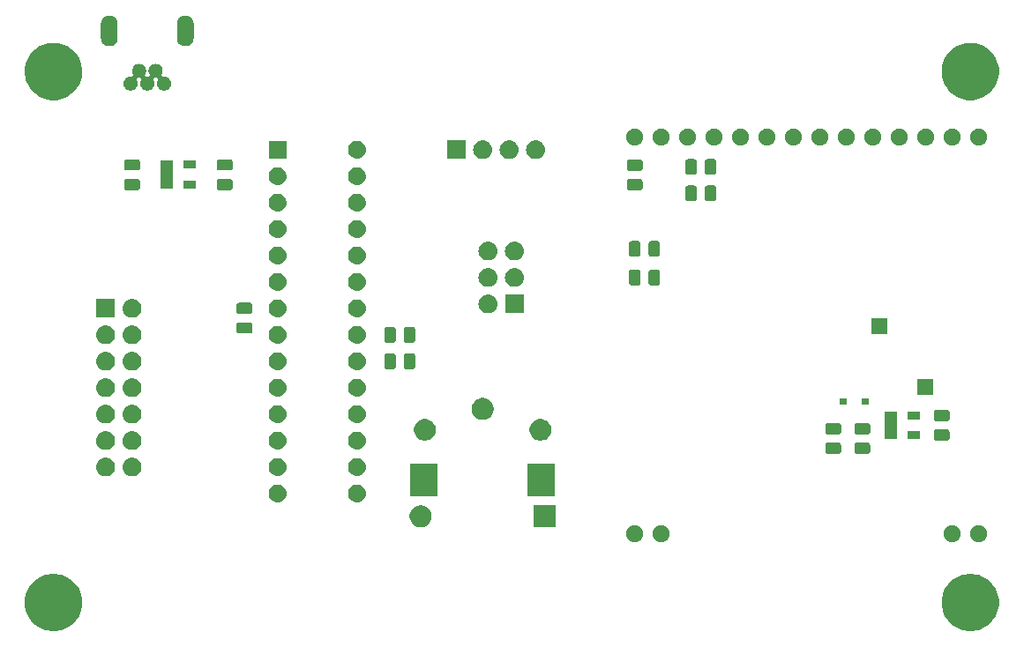
<source format=gts>
%TF.GenerationSoftware,KiCad,Pcbnew,5.0.2+dfsg1-1*%
%TF.CreationDate,2021-08-11T18:46:01+02:00*%
%TF.ProjectId,clock_gen,636c6f63-6b5f-4676-956e-2e6b69636164,rev?*%
%TF.SameCoordinates,Original*%
%TF.FileFunction,Soldermask,Top*%
%TF.FilePolarity,Negative*%
%FSLAX46Y46*%
G04 Gerber Fmt 4.6, Leading zero omitted, Abs format (unit mm)*
G04 Created by KiCad (PCBNEW 5.0.2+dfsg1-1) date Wed 11 Aug 2021 06:46:01 PM CEST*
%MOMM*%
%LPD*%
G01*
G04 APERTURE LIST*
%ADD10C,0.100000*%
G04 APERTURE END LIST*
D10*
G36*
X190506093Y-117875859D02*
X190771837Y-117928719D01*
X191272487Y-118136095D01*
X191720022Y-118435129D01*
X191723063Y-118437161D01*
X192106239Y-118820337D01*
X192106241Y-118820340D01*
X192407305Y-119270913D01*
X192614681Y-119771563D01*
X192720400Y-120303050D01*
X192720400Y-120844950D01*
X192614681Y-121376437D01*
X192407305Y-121877087D01*
X192108271Y-122324622D01*
X192106239Y-122327663D01*
X191723063Y-122710839D01*
X191723060Y-122710841D01*
X191272487Y-123011905D01*
X190771837Y-123219281D01*
X190506093Y-123272141D01*
X190240351Y-123325000D01*
X189698449Y-123325000D01*
X189432707Y-123272141D01*
X189166963Y-123219281D01*
X188666313Y-123011905D01*
X188215740Y-122710841D01*
X188215737Y-122710839D01*
X187832561Y-122327663D01*
X187830529Y-122324622D01*
X187531495Y-121877087D01*
X187324119Y-121376437D01*
X187218400Y-120844950D01*
X187218400Y-120303050D01*
X187324119Y-119771563D01*
X187531495Y-119270913D01*
X187832559Y-118820340D01*
X187832561Y-118820337D01*
X188215737Y-118437161D01*
X188218778Y-118435129D01*
X188666313Y-118136095D01*
X189166963Y-117928719D01*
X189432707Y-117875859D01*
X189698449Y-117823000D01*
X190240351Y-117823000D01*
X190506093Y-117875859D01*
X190506093Y-117875859D01*
G37*
G36*
X102506093Y-117875859D02*
X102771837Y-117928719D01*
X103272487Y-118136095D01*
X103720022Y-118435129D01*
X103723063Y-118437161D01*
X104106239Y-118820337D01*
X104106241Y-118820340D01*
X104407305Y-119270913D01*
X104614681Y-119771563D01*
X104720400Y-120303050D01*
X104720400Y-120844950D01*
X104614681Y-121376437D01*
X104407305Y-121877087D01*
X104108271Y-122324622D01*
X104106239Y-122327663D01*
X103723063Y-122710839D01*
X103723060Y-122710841D01*
X103272487Y-123011905D01*
X102771837Y-123219281D01*
X102506093Y-123272141D01*
X102240351Y-123325000D01*
X101698449Y-123325000D01*
X101432707Y-123272141D01*
X101166963Y-123219281D01*
X100666313Y-123011905D01*
X100215740Y-122710841D01*
X100215737Y-122710839D01*
X99832561Y-122327663D01*
X99830529Y-122324622D01*
X99531495Y-121877087D01*
X99324119Y-121376437D01*
X99218400Y-120844950D01*
X99218400Y-120303050D01*
X99324119Y-119771563D01*
X99531495Y-119270913D01*
X99832559Y-118820340D01*
X99832561Y-118820337D01*
X100215737Y-118437161D01*
X100218778Y-118435129D01*
X100666313Y-118136095D01*
X101166963Y-117928719D01*
X101432707Y-117875859D01*
X101698449Y-117823000D01*
X102240351Y-117823000D01*
X102506093Y-117875859D01*
X102506093Y-117875859D01*
G37*
G36*
X191016542Y-113192242D02*
X191164502Y-113253530D01*
X191231530Y-113298317D01*
X191293914Y-113340000D01*
X191297658Y-113342502D01*
X191410898Y-113455742D01*
X191499870Y-113588898D01*
X191561158Y-113736858D01*
X191592400Y-113893925D01*
X191592400Y-114054075D01*
X191561158Y-114211142D01*
X191499870Y-114359102D01*
X191410898Y-114492258D01*
X191297658Y-114605498D01*
X191164502Y-114694470D01*
X191016542Y-114755758D01*
X190859475Y-114787000D01*
X190699325Y-114787000D01*
X190542258Y-114755758D01*
X190394298Y-114694470D01*
X190261142Y-114605498D01*
X190147902Y-114492258D01*
X190058930Y-114359102D01*
X189997642Y-114211142D01*
X189966400Y-114054075D01*
X189966400Y-113893925D01*
X189997642Y-113736858D01*
X190058930Y-113588898D01*
X190147902Y-113455742D01*
X190261142Y-113342502D01*
X190264887Y-113340000D01*
X190327270Y-113298317D01*
X190394298Y-113253530D01*
X190542258Y-113192242D01*
X190699325Y-113161000D01*
X190859475Y-113161000D01*
X191016542Y-113192242D01*
X191016542Y-113192242D01*
G37*
G36*
X160536542Y-113192242D02*
X160684502Y-113253530D01*
X160751530Y-113298317D01*
X160813914Y-113340000D01*
X160817658Y-113342502D01*
X160930898Y-113455742D01*
X161019870Y-113588898D01*
X161081158Y-113736858D01*
X161112400Y-113893925D01*
X161112400Y-114054075D01*
X161081158Y-114211142D01*
X161019870Y-114359102D01*
X160930898Y-114492258D01*
X160817658Y-114605498D01*
X160684502Y-114694470D01*
X160536542Y-114755758D01*
X160379475Y-114787000D01*
X160219325Y-114787000D01*
X160062258Y-114755758D01*
X159914298Y-114694470D01*
X159781142Y-114605498D01*
X159667902Y-114492258D01*
X159578930Y-114359102D01*
X159517642Y-114211142D01*
X159486400Y-114054075D01*
X159486400Y-113893925D01*
X159517642Y-113736858D01*
X159578930Y-113588898D01*
X159667902Y-113455742D01*
X159781142Y-113342502D01*
X159784887Y-113340000D01*
X159847270Y-113298317D01*
X159914298Y-113253530D01*
X160062258Y-113192242D01*
X160219325Y-113161000D01*
X160379475Y-113161000D01*
X160536542Y-113192242D01*
X160536542Y-113192242D01*
G37*
G36*
X188476542Y-113192242D02*
X188624502Y-113253530D01*
X188691530Y-113298317D01*
X188753914Y-113340000D01*
X188757658Y-113342502D01*
X188870898Y-113455742D01*
X188959870Y-113588898D01*
X189021158Y-113736858D01*
X189052400Y-113893925D01*
X189052400Y-114054075D01*
X189021158Y-114211142D01*
X188959870Y-114359102D01*
X188870898Y-114492258D01*
X188757658Y-114605498D01*
X188624502Y-114694470D01*
X188476542Y-114755758D01*
X188319475Y-114787000D01*
X188159325Y-114787000D01*
X188002258Y-114755758D01*
X187854298Y-114694470D01*
X187721142Y-114605498D01*
X187607902Y-114492258D01*
X187518930Y-114359102D01*
X187457642Y-114211142D01*
X187426400Y-114054075D01*
X187426400Y-113893925D01*
X187457642Y-113736858D01*
X187518930Y-113588898D01*
X187607902Y-113455742D01*
X187721142Y-113342502D01*
X187724887Y-113340000D01*
X187787270Y-113298317D01*
X187854298Y-113253530D01*
X188002258Y-113192242D01*
X188159325Y-113161000D01*
X188319475Y-113161000D01*
X188476542Y-113192242D01*
X188476542Y-113192242D01*
G37*
G36*
X157996542Y-113192242D02*
X158144502Y-113253530D01*
X158211530Y-113298317D01*
X158273914Y-113340000D01*
X158277658Y-113342502D01*
X158390898Y-113455742D01*
X158479870Y-113588898D01*
X158541158Y-113736858D01*
X158572400Y-113893925D01*
X158572400Y-114054075D01*
X158541158Y-114211142D01*
X158479870Y-114359102D01*
X158390898Y-114492258D01*
X158277658Y-114605498D01*
X158144502Y-114694470D01*
X157996542Y-114755758D01*
X157839475Y-114787000D01*
X157679325Y-114787000D01*
X157522258Y-114755758D01*
X157374298Y-114694470D01*
X157241142Y-114605498D01*
X157127902Y-114492258D01*
X157038930Y-114359102D01*
X156977642Y-114211142D01*
X156946400Y-114054075D01*
X156946400Y-113893925D01*
X156977642Y-113736858D01*
X157038930Y-113588898D01*
X157127902Y-113455742D01*
X157241142Y-113342502D01*
X157244887Y-113340000D01*
X157307270Y-113298317D01*
X157374298Y-113253530D01*
X157522258Y-113192242D01*
X157679325Y-113161000D01*
X157839475Y-113161000D01*
X157996542Y-113192242D01*
X157996542Y-113192242D01*
G37*
G36*
X150155400Y-113340000D02*
X148053400Y-113340000D01*
X148053400Y-111238000D01*
X150155400Y-111238000D01*
X150155400Y-113340000D01*
X150155400Y-113340000D01*
G37*
G36*
X137510965Y-111278389D02*
X137702234Y-111357615D01*
X137874376Y-111472637D01*
X138020763Y-111619024D01*
X138135785Y-111791166D01*
X138215011Y-111982435D01*
X138255400Y-112185484D01*
X138255400Y-112392516D01*
X138215011Y-112595565D01*
X138135785Y-112786834D01*
X138020763Y-112958976D01*
X137874376Y-113105363D01*
X137702234Y-113220385D01*
X137510965Y-113299611D01*
X137307916Y-113340000D01*
X137100884Y-113340000D01*
X136897835Y-113299611D01*
X136706566Y-113220385D01*
X136534424Y-113105363D01*
X136388037Y-112958976D01*
X136273015Y-112786834D01*
X136193789Y-112595565D01*
X136153400Y-112392516D01*
X136153400Y-112185484D01*
X136193789Y-111982435D01*
X136273015Y-111791166D01*
X136388037Y-111619024D01*
X136534424Y-111472637D01*
X136706566Y-111357615D01*
X136897835Y-111278389D01*
X137100884Y-111238000D01*
X137307916Y-111238000D01*
X137510965Y-111278389D01*
X137510965Y-111278389D01*
G37*
G36*
X123636221Y-109270313D02*
X123636224Y-109270314D01*
X123636225Y-109270314D01*
X123796639Y-109318975D01*
X123796641Y-109318976D01*
X123796644Y-109318977D01*
X123944478Y-109397995D01*
X124074059Y-109504341D01*
X124180405Y-109633922D01*
X124259423Y-109781756D01*
X124308087Y-109942179D01*
X124324517Y-110109000D01*
X124308087Y-110275821D01*
X124259423Y-110436244D01*
X124180405Y-110584078D01*
X124074059Y-110713659D01*
X123944478Y-110820005D01*
X123796644Y-110899023D01*
X123796641Y-110899024D01*
X123796639Y-110899025D01*
X123636225Y-110947686D01*
X123636224Y-110947686D01*
X123636221Y-110947687D01*
X123511204Y-110960000D01*
X123427596Y-110960000D01*
X123302579Y-110947687D01*
X123302576Y-110947686D01*
X123302575Y-110947686D01*
X123142161Y-110899025D01*
X123142159Y-110899024D01*
X123142156Y-110899023D01*
X122994322Y-110820005D01*
X122864741Y-110713659D01*
X122758395Y-110584078D01*
X122679377Y-110436244D01*
X122630713Y-110275821D01*
X122614283Y-110109000D01*
X122630713Y-109942179D01*
X122679377Y-109781756D01*
X122758395Y-109633922D01*
X122864741Y-109504341D01*
X122994322Y-109397995D01*
X123142156Y-109318977D01*
X123142159Y-109318976D01*
X123142161Y-109318975D01*
X123302575Y-109270314D01*
X123302576Y-109270314D01*
X123302579Y-109270313D01*
X123427596Y-109258000D01*
X123511204Y-109258000D01*
X123636221Y-109270313D01*
X123636221Y-109270313D01*
G37*
G36*
X131256221Y-109270313D02*
X131256224Y-109270314D01*
X131256225Y-109270314D01*
X131416639Y-109318975D01*
X131416641Y-109318976D01*
X131416644Y-109318977D01*
X131564478Y-109397995D01*
X131694059Y-109504341D01*
X131800405Y-109633922D01*
X131879423Y-109781756D01*
X131928087Y-109942179D01*
X131944517Y-110109000D01*
X131928087Y-110275821D01*
X131879423Y-110436244D01*
X131800405Y-110584078D01*
X131694059Y-110713659D01*
X131564478Y-110820005D01*
X131416644Y-110899023D01*
X131416641Y-110899024D01*
X131416639Y-110899025D01*
X131256225Y-110947686D01*
X131256224Y-110947686D01*
X131256221Y-110947687D01*
X131131204Y-110960000D01*
X131047596Y-110960000D01*
X130922579Y-110947687D01*
X130922576Y-110947686D01*
X130922575Y-110947686D01*
X130762161Y-110899025D01*
X130762159Y-110899024D01*
X130762156Y-110899023D01*
X130614322Y-110820005D01*
X130484741Y-110713659D01*
X130378395Y-110584078D01*
X130299377Y-110436244D01*
X130250713Y-110275821D01*
X130234283Y-110109000D01*
X130250713Y-109942179D01*
X130299377Y-109781756D01*
X130378395Y-109633922D01*
X130484741Y-109504341D01*
X130614322Y-109397995D01*
X130762156Y-109318977D01*
X130762159Y-109318976D01*
X130762161Y-109318975D01*
X130922575Y-109270314D01*
X130922576Y-109270314D01*
X130922579Y-109270313D01*
X131047596Y-109258000D01*
X131131204Y-109258000D01*
X131256221Y-109270313D01*
X131256221Y-109270313D01*
G37*
G36*
X138830400Y-110390000D02*
X136228400Y-110390000D01*
X136228400Y-107288000D01*
X138830400Y-107288000D01*
X138830400Y-110390000D01*
X138830400Y-110390000D01*
G37*
G36*
X150080400Y-110390000D02*
X147478400Y-110390000D01*
X147478400Y-107288000D01*
X150080400Y-107288000D01*
X150080400Y-110390000D01*
X150080400Y-110390000D01*
G37*
G36*
X107069842Y-106674518D02*
X107136027Y-106681037D01*
X107249253Y-106715384D01*
X107305867Y-106732557D01*
X107392711Y-106778977D01*
X107462391Y-106816222D01*
X107498129Y-106845552D01*
X107599586Y-106928814D01*
X107682848Y-107030271D01*
X107712178Y-107066009D01*
X107712179Y-107066011D01*
X107795843Y-107222533D01*
X107813016Y-107279147D01*
X107847363Y-107392373D01*
X107864759Y-107569000D01*
X107847363Y-107745627D01*
X107813016Y-107858853D01*
X107795843Y-107915467D01*
X107727098Y-108044078D01*
X107712178Y-108071991D01*
X107682848Y-108107729D01*
X107599586Y-108209186D01*
X107498129Y-108292448D01*
X107462391Y-108321778D01*
X107462389Y-108321779D01*
X107305867Y-108405443D01*
X107298469Y-108407687D01*
X107136027Y-108456963D01*
X107069842Y-108463482D01*
X107003660Y-108470000D01*
X106915140Y-108470000D01*
X106848958Y-108463482D01*
X106782773Y-108456963D01*
X106620331Y-108407687D01*
X106612933Y-108405443D01*
X106456411Y-108321779D01*
X106456409Y-108321778D01*
X106420671Y-108292448D01*
X106319214Y-108209186D01*
X106235952Y-108107729D01*
X106206622Y-108071991D01*
X106191702Y-108044078D01*
X106122957Y-107915467D01*
X106105784Y-107858853D01*
X106071437Y-107745627D01*
X106054041Y-107569000D01*
X106071437Y-107392373D01*
X106105784Y-107279147D01*
X106122957Y-107222533D01*
X106206621Y-107066011D01*
X106206622Y-107066009D01*
X106235952Y-107030271D01*
X106319214Y-106928814D01*
X106420671Y-106845552D01*
X106456409Y-106816222D01*
X106526089Y-106778977D01*
X106612933Y-106732557D01*
X106669547Y-106715384D01*
X106782773Y-106681037D01*
X106848958Y-106674518D01*
X106915140Y-106668000D01*
X107003660Y-106668000D01*
X107069842Y-106674518D01*
X107069842Y-106674518D01*
G37*
G36*
X109609842Y-106674518D02*
X109676027Y-106681037D01*
X109789253Y-106715384D01*
X109845867Y-106732557D01*
X109932711Y-106778977D01*
X110002391Y-106816222D01*
X110038129Y-106845552D01*
X110139586Y-106928814D01*
X110222848Y-107030271D01*
X110252178Y-107066009D01*
X110252179Y-107066011D01*
X110335843Y-107222533D01*
X110353016Y-107279147D01*
X110387363Y-107392373D01*
X110404759Y-107569000D01*
X110387363Y-107745627D01*
X110353016Y-107858853D01*
X110335843Y-107915467D01*
X110267098Y-108044078D01*
X110252178Y-108071991D01*
X110222848Y-108107729D01*
X110139586Y-108209186D01*
X110038129Y-108292448D01*
X110002391Y-108321778D01*
X110002389Y-108321779D01*
X109845867Y-108405443D01*
X109838469Y-108407687D01*
X109676027Y-108456963D01*
X109609842Y-108463482D01*
X109543660Y-108470000D01*
X109455140Y-108470000D01*
X109388958Y-108463482D01*
X109322773Y-108456963D01*
X109160331Y-108407687D01*
X109152933Y-108405443D01*
X108996411Y-108321779D01*
X108996409Y-108321778D01*
X108960671Y-108292448D01*
X108859214Y-108209186D01*
X108775952Y-108107729D01*
X108746622Y-108071991D01*
X108731702Y-108044078D01*
X108662957Y-107915467D01*
X108645784Y-107858853D01*
X108611437Y-107745627D01*
X108594041Y-107569000D01*
X108611437Y-107392373D01*
X108645784Y-107279147D01*
X108662957Y-107222533D01*
X108746621Y-107066011D01*
X108746622Y-107066009D01*
X108775952Y-107030271D01*
X108859214Y-106928814D01*
X108960671Y-106845552D01*
X108996409Y-106816222D01*
X109066089Y-106778977D01*
X109152933Y-106732557D01*
X109209547Y-106715384D01*
X109322773Y-106681037D01*
X109388958Y-106674518D01*
X109455140Y-106668000D01*
X109543660Y-106668000D01*
X109609842Y-106674518D01*
X109609842Y-106674518D01*
G37*
G36*
X131256221Y-106730313D02*
X131256224Y-106730314D01*
X131256225Y-106730314D01*
X131416639Y-106778975D01*
X131416641Y-106778976D01*
X131416644Y-106778977D01*
X131564478Y-106857995D01*
X131694059Y-106964341D01*
X131800405Y-107093922D01*
X131879423Y-107241756D01*
X131879424Y-107241759D01*
X131879425Y-107241761D01*
X131925113Y-107392375D01*
X131928087Y-107402179D01*
X131944517Y-107569000D01*
X131928087Y-107735821D01*
X131928086Y-107735824D01*
X131928086Y-107735825D01*
X131925113Y-107745627D01*
X131879423Y-107896244D01*
X131800405Y-108044078D01*
X131694059Y-108173659D01*
X131564478Y-108280005D01*
X131416644Y-108359023D01*
X131416641Y-108359024D01*
X131416639Y-108359025D01*
X131256225Y-108407686D01*
X131256224Y-108407686D01*
X131256221Y-108407687D01*
X131131204Y-108420000D01*
X131047596Y-108420000D01*
X130922579Y-108407687D01*
X130922576Y-108407686D01*
X130922575Y-108407686D01*
X130762161Y-108359025D01*
X130762159Y-108359024D01*
X130762156Y-108359023D01*
X130614322Y-108280005D01*
X130484741Y-108173659D01*
X130378395Y-108044078D01*
X130299377Y-107896244D01*
X130253688Y-107745627D01*
X130250714Y-107735825D01*
X130250714Y-107735824D01*
X130250713Y-107735821D01*
X130234283Y-107569000D01*
X130250713Y-107402179D01*
X130253687Y-107392375D01*
X130299375Y-107241761D01*
X130299376Y-107241759D01*
X130299377Y-107241756D01*
X130378395Y-107093922D01*
X130484741Y-106964341D01*
X130614322Y-106857995D01*
X130762156Y-106778977D01*
X130762159Y-106778976D01*
X130762161Y-106778975D01*
X130922575Y-106730314D01*
X130922576Y-106730314D01*
X130922579Y-106730313D01*
X131047596Y-106718000D01*
X131131204Y-106718000D01*
X131256221Y-106730313D01*
X131256221Y-106730313D01*
G37*
G36*
X123636221Y-106730313D02*
X123636224Y-106730314D01*
X123636225Y-106730314D01*
X123796639Y-106778975D01*
X123796641Y-106778976D01*
X123796644Y-106778977D01*
X123944478Y-106857995D01*
X124074059Y-106964341D01*
X124180405Y-107093922D01*
X124259423Y-107241756D01*
X124259424Y-107241759D01*
X124259425Y-107241761D01*
X124305113Y-107392375D01*
X124308087Y-107402179D01*
X124324517Y-107569000D01*
X124308087Y-107735821D01*
X124308086Y-107735824D01*
X124308086Y-107735825D01*
X124305113Y-107745627D01*
X124259423Y-107896244D01*
X124180405Y-108044078D01*
X124074059Y-108173659D01*
X123944478Y-108280005D01*
X123796644Y-108359023D01*
X123796641Y-108359024D01*
X123796639Y-108359025D01*
X123636225Y-108407686D01*
X123636224Y-108407686D01*
X123636221Y-108407687D01*
X123511204Y-108420000D01*
X123427596Y-108420000D01*
X123302579Y-108407687D01*
X123302576Y-108407686D01*
X123302575Y-108407686D01*
X123142161Y-108359025D01*
X123142159Y-108359024D01*
X123142156Y-108359023D01*
X122994322Y-108280005D01*
X122864741Y-108173659D01*
X122758395Y-108044078D01*
X122679377Y-107896244D01*
X122633688Y-107745627D01*
X122630714Y-107735825D01*
X122630714Y-107735824D01*
X122630713Y-107735821D01*
X122614283Y-107569000D01*
X122630713Y-107402179D01*
X122633687Y-107392375D01*
X122679375Y-107241761D01*
X122679376Y-107241759D01*
X122679377Y-107241756D01*
X122758395Y-107093922D01*
X122864741Y-106964341D01*
X122994322Y-106857995D01*
X123142156Y-106778977D01*
X123142159Y-106778976D01*
X123142161Y-106778975D01*
X123302575Y-106730314D01*
X123302576Y-106730314D01*
X123302579Y-106730313D01*
X123427596Y-106718000D01*
X123511204Y-106718000D01*
X123636221Y-106730313D01*
X123636221Y-106730313D01*
G37*
G36*
X177393866Y-105229365D02*
X177432537Y-105241096D01*
X177468179Y-105260148D01*
X177499417Y-105285783D01*
X177525052Y-105317021D01*
X177544104Y-105352663D01*
X177555835Y-105391334D01*
X177560400Y-105437688D01*
X177560400Y-106088912D01*
X177555835Y-106135266D01*
X177544104Y-106173937D01*
X177525052Y-106209579D01*
X177499417Y-106240817D01*
X177468179Y-106266452D01*
X177432537Y-106285504D01*
X177393866Y-106297235D01*
X177347512Y-106301800D01*
X176271288Y-106301800D01*
X176224934Y-106297235D01*
X176186263Y-106285504D01*
X176150621Y-106266452D01*
X176119383Y-106240817D01*
X176093748Y-106209579D01*
X176074696Y-106173937D01*
X176062965Y-106135266D01*
X176058400Y-106088912D01*
X176058400Y-105437688D01*
X176062965Y-105391334D01*
X176074696Y-105352663D01*
X176093748Y-105317021D01*
X176119383Y-105285783D01*
X176150621Y-105260148D01*
X176186263Y-105241096D01*
X176224934Y-105229365D01*
X176271288Y-105224800D01*
X177347512Y-105224800D01*
X177393866Y-105229365D01*
X177393866Y-105229365D01*
G37*
G36*
X180187866Y-105229365D02*
X180226537Y-105241096D01*
X180262179Y-105260148D01*
X180293417Y-105285783D01*
X180319052Y-105317021D01*
X180338104Y-105352663D01*
X180349835Y-105391334D01*
X180354400Y-105437688D01*
X180354400Y-106088912D01*
X180349835Y-106135266D01*
X180338104Y-106173937D01*
X180319052Y-106209579D01*
X180293417Y-106240817D01*
X180262179Y-106266452D01*
X180226537Y-106285504D01*
X180187866Y-106297235D01*
X180141512Y-106301800D01*
X179065288Y-106301800D01*
X179018934Y-106297235D01*
X178980263Y-106285504D01*
X178944621Y-106266452D01*
X178913383Y-106240817D01*
X178887748Y-106209579D01*
X178868696Y-106173937D01*
X178856965Y-106135266D01*
X178852400Y-106088912D01*
X178852400Y-105437688D01*
X178856965Y-105391334D01*
X178868696Y-105352663D01*
X178887748Y-105317021D01*
X178913383Y-105285783D01*
X178944621Y-105260148D01*
X178980263Y-105241096D01*
X179018934Y-105229365D01*
X179065288Y-105224800D01*
X180141512Y-105224800D01*
X180187866Y-105229365D01*
X180187866Y-105229365D01*
G37*
G36*
X107069843Y-104134519D02*
X107136027Y-104141037D01*
X107236523Y-104171522D01*
X107305867Y-104192557D01*
X107392711Y-104238977D01*
X107462391Y-104276222D01*
X107485960Y-104295565D01*
X107599586Y-104388814D01*
X107680028Y-104486834D01*
X107712178Y-104526009D01*
X107712179Y-104526011D01*
X107795843Y-104682533D01*
X107813016Y-104739147D01*
X107847363Y-104852373D01*
X107864759Y-105029000D01*
X107847363Y-105205627D01*
X107830824Y-105260148D01*
X107795843Y-105375467D01*
X107760535Y-105441522D01*
X107712178Y-105531991D01*
X107682848Y-105567729D01*
X107599586Y-105669186D01*
X107498129Y-105752448D01*
X107462391Y-105781778D01*
X107462389Y-105781779D01*
X107305867Y-105865443D01*
X107298469Y-105867687D01*
X107136027Y-105916963D01*
X107069843Y-105923481D01*
X107003660Y-105930000D01*
X106915140Y-105930000D01*
X106848957Y-105923481D01*
X106782773Y-105916963D01*
X106620331Y-105867687D01*
X106612933Y-105865443D01*
X106456411Y-105781779D01*
X106456409Y-105781778D01*
X106420671Y-105752448D01*
X106319214Y-105669186D01*
X106235952Y-105567729D01*
X106206622Y-105531991D01*
X106158265Y-105441522D01*
X106122957Y-105375467D01*
X106087976Y-105260148D01*
X106071437Y-105205627D01*
X106054041Y-105029000D01*
X106071437Y-104852373D01*
X106105784Y-104739147D01*
X106122957Y-104682533D01*
X106206621Y-104526011D01*
X106206622Y-104526009D01*
X106238772Y-104486834D01*
X106319214Y-104388814D01*
X106432840Y-104295565D01*
X106456409Y-104276222D01*
X106526089Y-104238977D01*
X106612933Y-104192557D01*
X106682277Y-104171522D01*
X106782773Y-104141037D01*
X106848957Y-104134519D01*
X106915140Y-104128000D01*
X107003660Y-104128000D01*
X107069843Y-104134519D01*
X107069843Y-104134519D01*
G37*
G36*
X109609843Y-104134519D02*
X109676027Y-104141037D01*
X109776523Y-104171522D01*
X109845867Y-104192557D01*
X109932711Y-104238977D01*
X110002391Y-104276222D01*
X110025960Y-104295565D01*
X110139586Y-104388814D01*
X110220028Y-104486834D01*
X110252178Y-104526009D01*
X110252179Y-104526011D01*
X110335843Y-104682533D01*
X110353016Y-104739147D01*
X110387363Y-104852373D01*
X110404759Y-105029000D01*
X110387363Y-105205627D01*
X110370824Y-105260148D01*
X110335843Y-105375467D01*
X110300535Y-105441522D01*
X110252178Y-105531991D01*
X110222848Y-105567729D01*
X110139586Y-105669186D01*
X110038129Y-105752448D01*
X110002391Y-105781778D01*
X110002389Y-105781779D01*
X109845867Y-105865443D01*
X109838469Y-105867687D01*
X109676027Y-105916963D01*
X109609843Y-105923481D01*
X109543660Y-105930000D01*
X109455140Y-105930000D01*
X109388957Y-105923481D01*
X109322773Y-105916963D01*
X109160331Y-105867687D01*
X109152933Y-105865443D01*
X108996411Y-105781779D01*
X108996409Y-105781778D01*
X108960671Y-105752448D01*
X108859214Y-105669186D01*
X108775952Y-105567729D01*
X108746622Y-105531991D01*
X108698265Y-105441522D01*
X108662957Y-105375467D01*
X108627976Y-105260148D01*
X108611437Y-105205627D01*
X108594041Y-105029000D01*
X108611437Y-104852373D01*
X108645784Y-104739147D01*
X108662957Y-104682533D01*
X108746621Y-104526011D01*
X108746622Y-104526009D01*
X108778772Y-104486834D01*
X108859214Y-104388814D01*
X108972840Y-104295565D01*
X108996409Y-104276222D01*
X109066089Y-104238977D01*
X109152933Y-104192557D01*
X109222277Y-104171522D01*
X109322773Y-104141037D01*
X109388957Y-104134519D01*
X109455140Y-104128000D01*
X109543660Y-104128000D01*
X109609843Y-104134519D01*
X109609843Y-104134519D01*
G37*
G36*
X123636221Y-104190313D02*
X123636224Y-104190314D01*
X123636225Y-104190314D01*
X123796639Y-104238975D01*
X123796641Y-104238976D01*
X123796644Y-104238977D01*
X123944478Y-104317995D01*
X124074059Y-104424341D01*
X124180405Y-104553922D01*
X124259423Y-104701756D01*
X124259424Y-104701759D01*
X124259425Y-104701761D01*
X124305113Y-104852375D01*
X124308087Y-104862179D01*
X124324517Y-105029000D01*
X124308087Y-105195821D01*
X124308086Y-105195824D01*
X124308086Y-105195825D01*
X124260510Y-105352663D01*
X124259423Y-105356244D01*
X124180405Y-105504078D01*
X124074059Y-105633659D01*
X123944478Y-105740005D01*
X123796644Y-105819023D01*
X123796641Y-105819024D01*
X123796639Y-105819025D01*
X123636225Y-105867686D01*
X123636224Y-105867686D01*
X123636221Y-105867687D01*
X123511204Y-105880000D01*
X123427596Y-105880000D01*
X123302579Y-105867687D01*
X123302576Y-105867686D01*
X123302575Y-105867686D01*
X123142161Y-105819025D01*
X123142159Y-105819024D01*
X123142156Y-105819023D01*
X122994322Y-105740005D01*
X122864741Y-105633659D01*
X122758395Y-105504078D01*
X122679377Y-105356244D01*
X122678291Y-105352663D01*
X122630714Y-105195825D01*
X122630714Y-105195824D01*
X122630713Y-105195821D01*
X122614283Y-105029000D01*
X122630713Y-104862179D01*
X122633687Y-104852375D01*
X122679375Y-104701761D01*
X122679376Y-104701759D01*
X122679377Y-104701756D01*
X122758395Y-104553922D01*
X122864741Y-104424341D01*
X122994322Y-104317995D01*
X123142156Y-104238977D01*
X123142159Y-104238976D01*
X123142161Y-104238975D01*
X123302575Y-104190314D01*
X123302576Y-104190314D01*
X123302579Y-104190313D01*
X123427596Y-104178000D01*
X123511204Y-104178000D01*
X123636221Y-104190313D01*
X123636221Y-104190313D01*
G37*
G36*
X131256221Y-104190313D02*
X131256224Y-104190314D01*
X131256225Y-104190314D01*
X131416639Y-104238975D01*
X131416641Y-104238976D01*
X131416644Y-104238977D01*
X131564478Y-104317995D01*
X131694059Y-104424341D01*
X131800405Y-104553922D01*
X131879423Y-104701756D01*
X131879424Y-104701759D01*
X131879425Y-104701761D01*
X131925113Y-104852375D01*
X131928087Y-104862179D01*
X131944517Y-105029000D01*
X131928087Y-105195821D01*
X131928086Y-105195824D01*
X131928086Y-105195825D01*
X131880510Y-105352663D01*
X131879423Y-105356244D01*
X131800405Y-105504078D01*
X131694059Y-105633659D01*
X131564478Y-105740005D01*
X131416644Y-105819023D01*
X131416641Y-105819024D01*
X131416639Y-105819025D01*
X131256225Y-105867686D01*
X131256224Y-105867686D01*
X131256221Y-105867687D01*
X131131204Y-105880000D01*
X131047596Y-105880000D01*
X130922579Y-105867687D01*
X130922576Y-105867686D01*
X130922575Y-105867686D01*
X130762161Y-105819025D01*
X130762159Y-105819024D01*
X130762156Y-105819023D01*
X130614322Y-105740005D01*
X130484741Y-105633659D01*
X130378395Y-105504078D01*
X130299377Y-105356244D01*
X130298291Y-105352663D01*
X130250714Y-105195825D01*
X130250714Y-105195824D01*
X130250713Y-105195821D01*
X130234283Y-105029000D01*
X130250713Y-104862179D01*
X130253687Y-104852375D01*
X130299375Y-104701761D01*
X130299376Y-104701759D01*
X130299377Y-104701756D01*
X130378395Y-104553922D01*
X130484741Y-104424341D01*
X130614322Y-104317995D01*
X130762156Y-104238977D01*
X130762159Y-104238976D01*
X130762161Y-104238975D01*
X130922575Y-104190314D01*
X130922576Y-104190314D01*
X130922579Y-104190313D01*
X131047596Y-104178000D01*
X131131204Y-104178000D01*
X131256221Y-104190313D01*
X131256221Y-104190313D01*
G37*
G36*
X149010965Y-102978389D02*
X149202234Y-103057615D01*
X149374376Y-103172637D01*
X149520763Y-103319024D01*
X149635785Y-103491166D01*
X149715011Y-103682435D01*
X149755400Y-103885484D01*
X149755400Y-104092516D01*
X149715011Y-104295565D01*
X149635785Y-104486834D01*
X149520763Y-104658976D01*
X149374376Y-104805363D01*
X149202234Y-104920385D01*
X149010965Y-104999611D01*
X148807916Y-105040000D01*
X148600884Y-105040000D01*
X148397835Y-104999611D01*
X148206566Y-104920385D01*
X148034424Y-104805363D01*
X147888037Y-104658976D01*
X147773015Y-104486834D01*
X147693789Y-104295565D01*
X147653400Y-104092516D01*
X147653400Y-103885484D01*
X147693789Y-103682435D01*
X147773015Y-103491166D01*
X147888037Y-103319024D01*
X148034424Y-103172637D01*
X148206566Y-103057615D01*
X148397835Y-102978389D01*
X148600884Y-102938000D01*
X148807916Y-102938000D01*
X149010965Y-102978389D01*
X149010965Y-102978389D01*
G37*
G36*
X137910965Y-102978389D02*
X138102234Y-103057615D01*
X138274376Y-103172637D01*
X138420763Y-103319024D01*
X138535785Y-103491166D01*
X138615011Y-103682435D01*
X138655400Y-103885484D01*
X138655400Y-104092516D01*
X138615011Y-104295565D01*
X138535785Y-104486834D01*
X138420763Y-104658976D01*
X138274376Y-104805363D01*
X138102234Y-104920385D01*
X137910965Y-104999611D01*
X137707916Y-105040000D01*
X137500884Y-105040000D01*
X137297835Y-104999611D01*
X137106566Y-104920385D01*
X136934424Y-104805363D01*
X136788037Y-104658976D01*
X136673015Y-104486834D01*
X136593789Y-104295565D01*
X136553400Y-104092516D01*
X136553400Y-103885484D01*
X136593789Y-103682435D01*
X136673015Y-103491166D01*
X136788037Y-103319024D01*
X136934424Y-103172637D01*
X137106566Y-103057615D01*
X137297835Y-102978389D01*
X137500884Y-102938000D01*
X137707916Y-102938000D01*
X137910965Y-102978389D01*
X137910965Y-102978389D01*
G37*
G36*
X187807866Y-103959365D02*
X187846537Y-103971096D01*
X187882179Y-103990148D01*
X187913417Y-104015783D01*
X187939052Y-104047021D01*
X187958104Y-104082663D01*
X187969835Y-104121334D01*
X187974400Y-104167688D01*
X187974400Y-104818912D01*
X187969835Y-104865266D01*
X187958104Y-104903937D01*
X187939052Y-104939579D01*
X187913417Y-104970817D01*
X187882179Y-104996452D01*
X187846537Y-105015504D01*
X187807866Y-105027235D01*
X187761512Y-105031800D01*
X186685288Y-105031800D01*
X186638934Y-105027235D01*
X186600263Y-105015504D01*
X186564621Y-104996452D01*
X186533383Y-104970817D01*
X186507748Y-104939579D01*
X186488696Y-104903937D01*
X186476965Y-104865266D01*
X186472400Y-104818912D01*
X186472400Y-104167688D01*
X186476965Y-104121334D01*
X186488696Y-104082663D01*
X186507748Y-104047021D01*
X186533383Y-104015783D01*
X186564621Y-103990148D01*
X186600263Y-103971096D01*
X186638934Y-103959365D01*
X186685288Y-103954800D01*
X187761512Y-103954800D01*
X187807866Y-103959365D01*
X187807866Y-103959365D01*
G37*
G36*
X185094400Y-104881800D02*
X183932400Y-104881800D01*
X183932400Y-104129800D01*
X185094400Y-104129800D01*
X185094400Y-104881800D01*
X185094400Y-104881800D01*
G37*
G36*
X182894400Y-104881800D02*
X181732400Y-104881800D01*
X181732400Y-102229800D01*
X182894400Y-102229800D01*
X182894400Y-104881800D01*
X182894400Y-104881800D01*
G37*
G36*
X177393866Y-103354365D02*
X177432537Y-103366096D01*
X177468179Y-103385148D01*
X177499417Y-103410783D01*
X177525052Y-103442021D01*
X177544104Y-103477663D01*
X177555835Y-103516334D01*
X177560400Y-103562688D01*
X177560400Y-104213912D01*
X177555835Y-104260266D01*
X177544104Y-104298937D01*
X177525052Y-104334579D01*
X177499417Y-104365817D01*
X177468179Y-104391452D01*
X177432537Y-104410504D01*
X177393866Y-104422235D01*
X177347512Y-104426800D01*
X176271288Y-104426800D01*
X176224934Y-104422235D01*
X176186263Y-104410504D01*
X176150621Y-104391452D01*
X176119383Y-104365817D01*
X176093748Y-104334579D01*
X176074696Y-104298937D01*
X176062965Y-104260266D01*
X176058400Y-104213912D01*
X176058400Y-103562688D01*
X176062965Y-103516334D01*
X176074696Y-103477663D01*
X176093748Y-103442021D01*
X176119383Y-103410783D01*
X176150621Y-103385148D01*
X176186263Y-103366096D01*
X176224934Y-103354365D01*
X176271288Y-103349800D01*
X177347512Y-103349800D01*
X177393866Y-103354365D01*
X177393866Y-103354365D01*
G37*
G36*
X180187866Y-103354365D02*
X180226537Y-103366096D01*
X180262179Y-103385148D01*
X180293417Y-103410783D01*
X180319052Y-103442021D01*
X180338104Y-103477663D01*
X180349835Y-103516334D01*
X180354400Y-103562688D01*
X180354400Y-104213912D01*
X180349835Y-104260266D01*
X180338104Y-104298937D01*
X180319052Y-104334579D01*
X180293417Y-104365817D01*
X180262179Y-104391452D01*
X180226537Y-104410504D01*
X180187866Y-104422235D01*
X180141512Y-104426800D01*
X179065288Y-104426800D01*
X179018934Y-104422235D01*
X178980263Y-104410504D01*
X178944621Y-104391452D01*
X178913383Y-104365817D01*
X178887748Y-104334579D01*
X178868696Y-104298937D01*
X178856965Y-104260266D01*
X178852400Y-104213912D01*
X178852400Y-103562688D01*
X178856965Y-103516334D01*
X178868696Y-103477663D01*
X178887748Y-103442021D01*
X178913383Y-103410783D01*
X178944621Y-103385148D01*
X178980263Y-103366096D01*
X179018934Y-103354365D01*
X179065288Y-103349800D01*
X180141512Y-103349800D01*
X180187866Y-103354365D01*
X180187866Y-103354365D01*
G37*
G36*
X107069843Y-101594519D02*
X107136027Y-101601037D01*
X107249253Y-101635384D01*
X107305867Y-101652557D01*
X107392711Y-101698977D01*
X107462391Y-101736222D01*
X107498129Y-101765552D01*
X107599586Y-101848814D01*
X107682848Y-101950271D01*
X107712178Y-101986009D01*
X107712179Y-101986011D01*
X107795843Y-102142533D01*
X107804788Y-102172021D01*
X107847363Y-102312373D01*
X107864759Y-102489000D01*
X107847363Y-102665627D01*
X107813016Y-102778853D01*
X107795843Y-102835467D01*
X107741037Y-102938000D01*
X107712178Y-102991991D01*
X107705925Y-102999610D01*
X107599586Y-103129186D01*
X107498129Y-103212448D01*
X107462391Y-103241778D01*
X107462389Y-103241779D01*
X107305867Y-103325443D01*
X107298469Y-103327687D01*
X107136027Y-103376963D01*
X107069843Y-103383481D01*
X107003660Y-103390000D01*
X106915140Y-103390000D01*
X106848957Y-103383481D01*
X106782773Y-103376963D01*
X106620331Y-103327687D01*
X106612933Y-103325443D01*
X106456411Y-103241779D01*
X106456409Y-103241778D01*
X106420671Y-103212448D01*
X106319214Y-103129186D01*
X106212875Y-102999610D01*
X106206622Y-102991991D01*
X106177763Y-102938000D01*
X106122957Y-102835467D01*
X106105784Y-102778853D01*
X106071437Y-102665627D01*
X106054041Y-102489000D01*
X106071437Y-102312373D01*
X106114012Y-102172021D01*
X106122957Y-102142533D01*
X106206621Y-101986011D01*
X106206622Y-101986009D01*
X106235952Y-101950271D01*
X106319214Y-101848814D01*
X106420671Y-101765552D01*
X106456409Y-101736222D01*
X106526089Y-101698977D01*
X106612933Y-101652557D01*
X106669547Y-101635384D01*
X106782773Y-101601037D01*
X106848957Y-101594519D01*
X106915140Y-101588000D01*
X107003660Y-101588000D01*
X107069843Y-101594519D01*
X107069843Y-101594519D01*
G37*
G36*
X109609843Y-101594519D02*
X109676027Y-101601037D01*
X109789253Y-101635384D01*
X109845867Y-101652557D01*
X109932711Y-101698977D01*
X110002391Y-101736222D01*
X110038129Y-101765552D01*
X110139586Y-101848814D01*
X110222848Y-101950271D01*
X110252178Y-101986009D01*
X110252179Y-101986011D01*
X110335843Y-102142533D01*
X110344788Y-102172021D01*
X110387363Y-102312373D01*
X110404759Y-102489000D01*
X110387363Y-102665627D01*
X110353016Y-102778853D01*
X110335843Y-102835467D01*
X110281037Y-102938000D01*
X110252178Y-102991991D01*
X110245925Y-102999610D01*
X110139586Y-103129186D01*
X110038129Y-103212448D01*
X110002391Y-103241778D01*
X110002389Y-103241779D01*
X109845867Y-103325443D01*
X109838469Y-103327687D01*
X109676027Y-103376963D01*
X109609843Y-103383481D01*
X109543660Y-103390000D01*
X109455140Y-103390000D01*
X109388957Y-103383481D01*
X109322773Y-103376963D01*
X109160331Y-103327687D01*
X109152933Y-103325443D01*
X108996411Y-103241779D01*
X108996409Y-103241778D01*
X108960671Y-103212448D01*
X108859214Y-103129186D01*
X108752875Y-102999610D01*
X108746622Y-102991991D01*
X108717763Y-102938000D01*
X108662957Y-102835467D01*
X108645784Y-102778853D01*
X108611437Y-102665627D01*
X108594041Y-102489000D01*
X108611437Y-102312373D01*
X108654012Y-102172021D01*
X108662957Y-102142533D01*
X108746621Y-101986011D01*
X108746622Y-101986009D01*
X108775952Y-101950271D01*
X108859214Y-101848814D01*
X108960671Y-101765552D01*
X108996409Y-101736222D01*
X109066089Y-101698977D01*
X109152933Y-101652557D01*
X109209547Y-101635384D01*
X109322773Y-101601037D01*
X109388957Y-101594519D01*
X109455140Y-101588000D01*
X109543660Y-101588000D01*
X109609843Y-101594519D01*
X109609843Y-101594519D01*
G37*
G36*
X131256221Y-101650313D02*
X131256224Y-101650314D01*
X131256225Y-101650314D01*
X131416639Y-101698975D01*
X131416641Y-101698976D01*
X131416644Y-101698977D01*
X131564478Y-101777995D01*
X131694059Y-101884341D01*
X131800405Y-102013922D01*
X131879423Y-102161756D01*
X131879424Y-102161759D01*
X131879425Y-102161761D01*
X131925113Y-102312375D01*
X131928087Y-102322179D01*
X131944517Y-102489000D01*
X131928087Y-102655821D01*
X131928086Y-102655824D01*
X131928086Y-102655825D01*
X131882724Y-102805365D01*
X131879423Y-102816244D01*
X131800405Y-102964078D01*
X131694059Y-103093659D01*
X131564478Y-103200005D01*
X131416644Y-103279023D01*
X131416641Y-103279024D01*
X131416639Y-103279025D01*
X131256225Y-103327686D01*
X131256224Y-103327686D01*
X131256221Y-103327687D01*
X131131204Y-103340000D01*
X131047596Y-103340000D01*
X130922579Y-103327687D01*
X130922576Y-103327686D01*
X130922575Y-103327686D01*
X130762161Y-103279025D01*
X130762159Y-103279024D01*
X130762156Y-103279023D01*
X130614322Y-103200005D01*
X130484741Y-103093659D01*
X130378395Y-102964078D01*
X130299377Y-102816244D01*
X130296077Y-102805365D01*
X130250714Y-102655825D01*
X130250714Y-102655824D01*
X130250713Y-102655821D01*
X130234283Y-102489000D01*
X130250713Y-102322179D01*
X130253687Y-102312375D01*
X130299375Y-102161761D01*
X130299376Y-102161759D01*
X130299377Y-102161756D01*
X130378395Y-102013922D01*
X130484741Y-101884341D01*
X130614322Y-101777995D01*
X130762156Y-101698977D01*
X130762159Y-101698976D01*
X130762161Y-101698975D01*
X130922575Y-101650314D01*
X130922576Y-101650314D01*
X130922579Y-101650313D01*
X131047596Y-101638000D01*
X131131204Y-101638000D01*
X131256221Y-101650313D01*
X131256221Y-101650313D01*
G37*
G36*
X123636221Y-101650313D02*
X123636224Y-101650314D01*
X123636225Y-101650314D01*
X123796639Y-101698975D01*
X123796641Y-101698976D01*
X123796644Y-101698977D01*
X123944478Y-101777995D01*
X124074059Y-101884341D01*
X124180405Y-102013922D01*
X124259423Y-102161756D01*
X124259424Y-102161759D01*
X124259425Y-102161761D01*
X124305113Y-102312375D01*
X124308087Y-102322179D01*
X124324517Y-102489000D01*
X124308087Y-102655821D01*
X124308086Y-102655824D01*
X124308086Y-102655825D01*
X124262724Y-102805365D01*
X124259423Y-102816244D01*
X124180405Y-102964078D01*
X124074059Y-103093659D01*
X123944478Y-103200005D01*
X123796644Y-103279023D01*
X123796641Y-103279024D01*
X123796639Y-103279025D01*
X123636225Y-103327686D01*
X123636224Y-103327686D01*
X123636221Y-103327687D01*
X123511204Y-103340000D01*
X123427596Y-103340000D01*
X123302579Y-103327687D01*
X123302576Y-103327686D01*
X123302575Y-103327686D01*
X123142161Y-103279025D01*
X123142159Y-103279024D01*
X123142156Y-103279023D01*
X122994322Y-103200005D01*
X122864741Y-103093659D01*
X122758395Y-102964078D01*
X122679377Y-102816244D01*
X122676077Y-102805365D01*
X122630714Y-102655825D01*
X122630714Y-102655824D01*
X122630713Y-102655821D01*
X122614283Y-102489000D01*
X122630713Y-102322179D01*
X122633687Y-102312375D01*
X122679375Y-102161761D01*
X122679376Y-102161759D01*
X122679377Y-102161756D01*
X122758395Y-102013922D01*
X122864741Y-101884341D01*
X122994322Y-101777995D01*
X123142156Y-101698977D01*
X123142159Y-101698976D01*
X123142161Y-101698975D01*
X123302575Y-101650314D01*
X123302576Y-101650314D01*
X123302579Y-101650313D01*
X123427596Y-101638000D01*
X123511204Y-101638000D01*
X123636221Y-101650313D01*
X123636221Y-101650313D01*
G37*
G36*
X187807866Y-102084365D02*
X187846537Y-102096096D01*
X187882179Y-102115148D01*
X187913417Y-102140783D01*
X187939052Y-102172021D01*
X187958104Y-102207663D01*
X187969835Y-102246334D01*
X187974400Y-102292688D01*
X187974400Y-102943912D01*
X187969835Y-102990266D01*
X187958104Y-103028937D01*
X187939052Y-103064579D01*
X187913417Y-103095817D01*
X187882179Y-103121452D01*
X187846537Y-103140504D01*
X187807866Y-103152235D01*
X187761512Y-103156800D01*
X186685288Y-103156800D01*
X186638934Y-103152235D01*
X186600263Y-103140504D01*
X186564621Y-103121452D01*
X186533383Y-103095817D01*
X186507748Y-103064579D01*
X186488696Y-103028937D01*
X186476965Y-102990266D01*
X186472400Y-102943912D01*
X186472400Y-102292688D01*
X186476965Y-102246334D01*
X186488696Y-102207663D01*
X186507748Y-102172021D01*
X186533383Y-102140783D01*
X186564621Y-102115148D01*
X186600263Y-102096096D01*
X186638934Y-102084365D01*
X186685288Y-102079800D01*
X187761512Y-102079800D01*
X187807866Y-102084365D01*
X187807866Y-102084365D01*
G37*
G36*
X143460965Y-100978389D02*
X143652234Y-101057615D01*
X143824376Y-101172637D01*
X143970763Y-101319024D01*
X144085785Y-101491166D01*
X144165011Y-101682435D01*
X144205400Y-101885484D01*
X144205400Y-102092516D01*
X144165011Y-102295565D01*
X144085785Y-102486834D01*
X143970763Y-102658976D01*
X143824376Y-102805363D01*
X143652234Y-102920385D01*
X143460965Y-102999611D01*
X143257916Y-103040000D01*
X143050884Y-103040000D01*
X142847835Y-102999611D01*
X142656566Y-102920385D01*
X142484424Y-102805363D01*
X142338037Y-102658976D01*
X142223015Y-102486834D01*
X142143789Y-102295565D01*
X142103400Y-102092516D01*
X142103400Y-101885484D01*
X142143789Y-101682435D01*
X142223015Y-101491166D01*
X142338037Y-101319024D01*
X142484424Y-101172637D01*
X142656566Y-101057615D01*
X142847835Y-100978389D01*
X143050884Y-100938000D01*
X143257916Y-100938000D01*
X143460965Y-100978389D01*
X143460965Y-100978389D01*
G37*
G36*
X185094400Y-102981800D02*
X183932400Y-102981800D01*
X183932400Y-102229800D01*
X185094400Y-102229800D01*
X185094400Y-102981800D01*
X185094400Y-102981800D01*
G37*
G36*
X178142400Y-101545800D02*
X177440400Y-101545800D01*
X177440400Y-100993800D01*
X178142400Y-100993800D01*
X178142400Y-101545800D01*
X178142400Y-101545800D01*
G37*
G36*
X180242400Y-101545800D02*
X179540400Y-101545800D01*
X179540400Y-100993800D01*
X180242400Y-100993800D01*
X180242400Y-101545800D01*
X180242400Y-101545800D01*
G37*
G36*
X109609842Y-99054518D02*
X109676027Y-99061037D01*
X109789253Y-99095384D01*
X109845867Y-99112557D01*
X109932711Y-99158977D01*
X110002391Y-99196222D01*
X110038129Y-99225552D01*
X110139586Y-99308814D01*
X110222848Y-99410271D01*
X110252178Y-99446009D01*
X110252179Y-99446011D01*
X110335843Y-99602533D01*
X110353016Y-99659147D01*
X110387363Y-99772373D01*
X110404759Y-99949000D01*
X110387363Y-100125627D01*
X110353016Y-100238853D01*
X110335843Y-100295467D01*
X110267098Y-100424078D01*
X110252178Y-100451991D01*
X110222848Y-100487729D01*
X110139586Y-100589186D01*
X110038129Y-100672448D01*
X110002391Y-100701778D01*
X110002389Y-100701779D01*
X109845867Y-100785443D01*
X109838469Y-100787687D01*
X109676027Y-100836963D01*
X109609842Y-100843482D01*
X109543660Y-100850000D01*
X109455140Y-100850000D01*
X109388958Y-100843482D01*
X109322773Y-100836963D01*
X109160331Y-100787687D01*
X109152933Y-100785443D01*
X108996411Y-100701779D01*
X108996409Y-100701778D01*
X108960671Y-100672448D01*
X108859214Y-100589186D01*
X108775952Y-100487729D01*
X108746622Y-100451991D01*
X108731702Y-100424078D01*
X108662957Y-100295467D01*
X108645784Y-100238853D01*
X108611437Y-100125627D01*
X108594041Y-99949000D01*
X108611437Y-99772373D01*
X108645784Y-99659147D01*
X108662957Y-99602533D01*
X108746621Y-99446011D01*
X108746622Y-99446009D01*
X108775952Y-99410271D01*
X108859214Y-99308814D01*
X108960671Y-99225552D01*
X108996409Y-99196222D01*
X109066089Y-99158977D01*
X109152933Y-99112557D01*
X109209547Y-99095384D01*
X109322773Y-99061037D01*
X109388958Y-99054518D01*
X109455140Y-99048000D01*
X109543660Y-99048000D01*
X109609842Y-99054518D01*
X109609842Y-99054518D01*
G37*
G36*
X107069842Y-99054518D02*
X107136027Y-99061037D01*
X107249253Y-99095384D01*
X107305867Y-99112557D01*
X107392711Y-99158977D01*
X107462391Y-99196222D01*
X107498129Y-99225552D01*
X107599586Y-99308814D01*
X107682848Y-99410271D01*
X107712178Y-99446009D01*
X107712179Y-99446011D01*
X107795843Y-99602533D01*
X107813016Y-99659147D01*
X107847363Y-99772373D01*
X107864759Y-99949000D01*
X107847363Y-100125627D01*
X107813016Y-100238853D01*
X107795843Y-100295467D01*
X107727098Y-100424078D01*
X107712178Y-100451991D01*
X107682848Y-100487729D01*
X107599586Y-100589186D01*
X107498129Y-100672448D01*
X107462391Y-100701778D01*
X107462389Y-100701779D01*
X107305867Y-100785443D01*
X107298469Y-100787687D01*
X107136027Y-100836963D01*
X107069842Y-100843482D01*
X107003660Y-100850000D01*
X106915140Y-100850000D01*
X106848958Y-100843482D01*
X106782773Y-100836963D01*
X106620331Y-100787687D01*
X106612933Y-100785443D01*
X106456411Y-100701779D01*
X106456409Y-100701778D01*
X106420671Y-100672448D01*
X106319214Y-100589186D01*
X106235952Y-100487729D01*
X106206622Y-100451991D01*
X106191702Y-100424078D01*
X106122957Y-100295467D01*
X106105784Y-100238853D01*
X106071437Y-100125627D01*
X106054041Y-99949000D01*
X106071437Y-99772373D01*
X106105784Y-99659147D01*
X106122957Y-99602533D01*
X106206621Y-99446011D01*
X106206622Y-99446009D01*
X106235952Y-99410271D01*
X106319214Y-99308814D01*
X106420671Y-99225552D01*
X106456409Y-99196222D01*
X106526089Y-99158977D01*
X106612933Y-99112557D01*
X106669547Y-99095384D01*
X106782773Y-99061037D01*
X106848958Y-99054518D01*
X106915140Y-99048000D01*
X107003660Y-99048000D01*
X107069842Y-99054518D01*
X107069842Y-99054518D01*
G37*
G36*
X131256221Y-99110313D02*
X131256224Y-99110314D01*
X131256225Y-99110314D01*
X131416639Y-99158975D01*
X131416641Y-99158976D01*
X131416644Y-99158977D01*
X131564478Y-99237995D01*
X131694059Y-99344341D01*
X131800405Y-99473922D01*
X131879423Y-99621756D01*
X131879424Y-99621759D01*
X131879425Y-99621761D01*
X131925113Y-99772375D01*
X131928087Y-99782179D01*
X131944517Y-99949000D01*
X131928087Y-100115821D01*
X131928086Y-100115824D01*
X131928086Y-100115825D01*
X131925113Y-100125627D01*
X131879423Y-100276244D01*
X131800405Y-100424078D01*
X131694059Y-100553659D01*
X131564478Y-100660005D01*
X131416644Y-100739023D01*
X131416641Y-100739024D01*
X131416639Y-100739025D01*
X131256225Y-100787686D01*
X131256224Y-100787686D01*
X131256221Y-100787687D01*
X131131204Y-100800000D01*
X131047596Y-100800000D01*
X130922579Y-100787687D01*
X130922576Y-100787686D01*
X130922575Y-100787686D01*
X130762161Y-100739025D01*
X130762159Y-100739024D01*
X130762156Y-100739023D01*
X130614322Y-100660005D01*
X130484741Y-100553659D01*
X130378395Y-100424078D01*
X130299377Y-100276244D01*
X130253688Y-100125627D01*
X130250714Y-100115825D01*
X130250714Y-100115824D01*
X130250713Y-100115821D01*
X130234283Y-99949000D01*
X130250713Y-99782179D01*
X130253687Y-99772375D01*
X130299375Y-99621761D01*
X130299376Y-99621759D01*
X130299377Y-99621756D01*
X130378395Y-99473922D01*
X130484741Y-99344341D01*
X130614322Y-99237995D01*
X130762156Y-99158977D01*
X130762159Y-99158976D01*
X130762161Y-99158975D01*
X130922575Y-99110314D01*
X130922576Y-99110314D01*
X130922579Y-99110313D01*
X131047596Y-99098000D01*
X131131204Y-99098000D01*
X131256221Y-99110313D01*
X131256221Y-99110313D01*
G37*
G36*
X123636221Y-99110313D02*
X123636224Y-99110314D01*
X123636225Y-99110314D01*
X123796639Y-99158975D01*
X123796641Y-99158976D01*
X123796644Y-99158977D01*
X123944478Y-99237995D01*
X124074059Y-99344341D01*
X124180405Y-99473922D01*
X124259423Y-99621756D01*
X124259424Y-99621759D01*
X124259425Y-99621761D01*
X124305113Y-99772375D01*
X124308087Y-99782179D01*
X124324517Y-99949000D01*
X124308087Y-100115821D01*
X124308086Y-100115824D01*
X124308086Y-100115825D01*
X124305113Y-100125627D01*
X124259423Y-100276244D01*
X124180405Y-100424078D01*
X124074059Y-100553659D01*
X123944478Y-100660005D01*
X123796644Y-100739023D01*
X123796641Y-100739024D01*
X123796639Y-100739025D01*
X123636225Y-100787686D01*
X123636224Y-100787686D01*
X123636221Y-100787687D01*
X123511204Y-100800000D01*
X123427596Y-100800000D01*
X123302579Y-100787687D01*
X123302576Y-100787686D01*
X123302575Y-100787686D01*
X123142161Y-100739025D01*
X123142159Y-100739024D01*
X123142156Y-100739023D01*
X122994322Y-100660005D01*
X122864741Y-100553659D01*
X122758395Y-100424078D01*
X122679377Y-100276244D01*
X122633688Y-100125627D01*
X122630714Y-100115825D01*
X122630714Y-100115824D01*
X122630713Y-100115821D01*
X122614283Y-99949000D01*
X122630713Y-99782179D01*
X122633687Y-99772375D01*
X122679375Y-99621761D01*
X122679376Y-99621759D01*
X122679377Y-99621756D01*
X122758395Y-99473922D01*
X122864741Y-99344341D01*
X122994322Y-99237995D01*
X123142156Y-99158977D01*
X123142159Y-99158976D01*
X123142161Y-99158975D01*
X123302575Y-99110314D01*
X123302576Y-99110314D01*
X123302579Y-99110313D01*
X123427596Y-99098000D01*
X123511204Y-99098000D01*
X123636221Y-99110313D01*
X123636221Y-99110313D01*
G37*
G36*
X186364400Y-100602800D02*
X184862400Y-100602800D01*
X184862400Y-99100800D01*
X186364400Y-99100800D01*
X186364400Y-100602800D01*
X186364400Y-100602800D01*
G37*
G36*
X109609843Y-96514519D02*
X109676027Y-96521037D01*
X109789253Y-96555384D01*
X109845867Y-96572557D01*
X109932711Y-96618977D01*
X110002391Y-96656222D01*
X110038129Y-96685552D01*
X110139586Y-96768814D01*
X110222848Y-96870271D01*
X110252178Y-96906009D01*
X110252179Y-96906011D01*
X110335843Y-97062533D01*
X110353016Y-97119147D01*
X110387363Y-97232373D01*
X110404759Y-97409000D01*
X110387363Y-97585627D01*
X110353016Y-97698853D01*
X110335843Y-97755467D01*
X110267098Y-97884078D01*
X110252178Y-97911991D01*
X110226501Y-97943278D01*
X110139586Y-98049186D01*
X110047629Y-98124652D01*
X110002391Y-98161778D01*
X110002389Y-98161779D01*
X109845867Y-98245443D01*
X109838469Y-98247687D01*
X109676027Y-98296963D01*
X109609843Y-98303481D01*
X109543660Y-98310000D01*
X109455140Y-98310000D01*
X109388957Y-98303481D01*
X109322773Y-98296963D01*
X109160331Y-98247687D01*
X109152933Y-98245443D01*
X108996411Y-98161779D01*
X108996409Y-98161778D01*
X108951171Y-98124652D01*
X108859214Y-98049186D01*
X108772299Y-97943278D01*
X108746622Y-97911991D01*
X108731702Y-97884078D01*
X108662957Y-97755467D01*
X108645784Y-97698853D01*
X108611437Y-97585627D01*
X108594041Y-97409000D01*
X108611437Y-97232373D01*
X108645784Y-97119147D01*
X108662957Y-97062533D01*
X108746621Y-96906011D01*
X108746622Y-96906009D01*
X108775952Y-96870271D01*
X108859214Y-96768814D01*
X108960671Y-96685552D01*
X108996409Y-96656222D01*
X109066089Y-96618977D01*
X109152933Y-96572557D01*
X109209547Y-96555384D01*
X109322773Y-96521037D01*
X109388957Y-96514519D01*
X109455140Y-96508000D01*
X109543660Y-96508000D01*
X109609843Y-96514519D01*
X109609843Y-96514519D01*
G37*
G36*
X107069843Y-96514519D02*
X107136027Y-96521037D01*
X107249253Y-96555384D01*
X107305867Y-96572557D01*
X107392711Y-96618977D01*
X107462391Y-96656222D01*
X107498129Y-96685552D01*
X107599586Y-96768814D01*
X107682848Y-96870271D01*
X107712178Y-96906009D01*
X107712179Y-96906011D01*
X107795843Y-97062533D01*
X107813016Y-97119147D01*
X107847363Y-97232373D01*
X107864759Y-97409000D01*
X107847363Y-97585627D01*
X107813016Y-97698853D01*
X107795843Y-97755467D01*
X107727098Y-97884078D01*
X107712178Y-97911991D01*
X107686501Y-97943278D01*
X107599586Y-98049186D01*
X107507629Y-98124652D01*
X107462391Y-98161778D01*
X107462389Y-98161779D01*
X107305867Y-98245443D01*
X107298469Y-98247687D01*
X107136027Y-98296963D01*
X107069843Y-98303481D01*
X107003660Y-98310000D01*
X106915140Y-98310000D01*
X106848957Y-98303481D01*
X106782773Y-98296963D01*
X106620331Y-98247687D01*
X106612933Y-98245443D01*
X106456411Y-98161779D01*
X106456409Y-98161778D01*
X106411171Y-98124652D01*
X106319214Y-98049186D01*
X106232299Y-97943278D01*
X106206622Y-97911991D01*
X106191702Y-97884078D01*
X106122957Y-97755467D01*
X106105784Y-97698853D01*
X106071437Y-97585627D01*
X106054041Y-97409000D01*
X106071437Y-97232373D01*
X106105784Y-97119147D01*
X106122957Y-97062533D01*
X106206621Y-96906011D01*
X106206622Y-96906009D01*
X106235952Y-96870271D01*
X106319214Y-96768814D01*
X106420671Y-96685552D01*
X106456409Y-96656222D01*
X106526089Y-96618977D01*
X106612933Y-96572557D01*
X106669547Y-96555384D01*
X106782773Y-96521037D01*
X106848957Y-96514519D01*
X106915140Y-96508000D01*
X107003660Y-96508000D01*
X107069843Y-96514519D01*
X107069843Y-96514519D01*
G37*
G36*
X131256221Y-96570313D02*
X131256224Y-96570314D01*
X131256225Y-96570314D01*
X131416639Y-96618975D01*
X131416641Y-96618976D01*
X131416644Y-96618977D01*
X131564478Y-96697995D01*
X131694059Y-96804341D01*
X131800405Y-96933922D01*
X131879423Y-97081756D01*
X131879424Y-97081759D01*
X131879425Y-97081761D01*
X131925113Y-97232375D01*
X131928087Y-97242179D01*
X131944517Y-97409000D01*
X131928087Y-97575821D01*
X131928086Y-97575824D01*
X131928086Y-97575825D01*
X131925113Y-97585627D01*
X131879423Y-97736244D01*
X131800405Y-97884078D01*
X131694059Y-98013659D01*
X131564478Y-98120005D01*
X131416644Y-98199023D01*
X131416641Y-98199024D01*
X131416639Y-98199025D01*
X131256225Y-98247686D01*
X131256224Y-98247686D01*
X131256221Y-98247687D01*
X131131204Y-98260000D01*
X131047596Y-98260000D01*
X130922579Y-98247687D01*
X130922576Y-98247686D01*
X130922575Y-98247686D01*
X130762161Y-98199025D01*
X130762159Y-98199024D01*
X130762156Y-98199023D01*
X130614322Y-98120005D01*
X130484741Y-98013659D01*
X130378395Y-97884078D01*
X130299377Y-97736244D01*
X130253688Y-97585627D01*
X130250714Y-97575825D01*
X130250714Y-97575824D01*
X130250713Y-97575821D01*
X130234283Y-97409000D01*
X130250713Y-97242179D01*
X130253687Y-97232375D01*
X130299375Y-97081761D01*
X130299376Y-97081759D01*
X130299377Y-97081756D01*
X130378395Y-96933922D01*
X130484741Y-96804341D01*
X130614322Y-96697995D01*
X130762156Y-96618977D01*
X130762159Y-96618976D01*
X130762161Y-96618975D01*
X130922575Y-96570314D01*
X130922576Y-96570314D01*
X130922579Y-96570313D01*
X131047596Y-96558000D01*
X131131204Y-96558000D01*
X131256221Y-96570313D01*
X131256221Y-96570313D01*
G37*
G36*
X123636221Y-96570313D02*
X123636224Y-96570314D01*
X123636225Y-96570314D01*
X123796639Y-96618975D01*
X123796641Y-96618976D01*
X123796644Y-96618977D01*
X123944478Y-96697995D01*
X124074059Y-96804341D01*
X124180405Y-96933922D01*
X124259423Y-97081756D01*
X124259424Y-97081759D01*
X124259425Y-97081761D01*
X124305113Y-97232375D01*
X124308087Y-97242179D01*
X124324517Y-97409000D01*
X124308087Y-97575821D01*
X124308086Y-97575824D01*
X124308086Y-97575825D01*
X124305113Y-97585627D01*
X124259423Y-97736244D01*
X124180405Y-97884078D01*
X124074059Y-98013659D01*
X123944478Y-98120005D01*
X123796644Y-98199023D01*
X123796641Y-98199024D01*
X123796639Y-98199025D01*
X123636225Y-98247686D01*
X123636224Y-98247686D01*
X123636221Y-98247687D01*
X123511204Y-98260000D01*
X123427596Y-98260000D01*
X123302579Y-98247687D01*
X123302576Y-98247686D01*
X123302575Y-98247686D01*
X123142161Y-98199025D01*
X123142159Y-98199024D01*
X123142156Y-98199023D01*
X122994322Y-98120005D01*
X122864741Y-98013659D01*
X122758395Y-97884078D01*
X122679377Y-97736244D01*
X122633688Y-97585627D01*
X122630714Y-97575825D01*
X122630714Y-97575824D01*
X122630713Y-97575821D01*
X122614283Y-97409000D01*
X122630713Y-97242179D01*
X122633687Y-97232375D01*
X122679375Y-97081761D01*
X122679376Y-97081759D01*
X122679377Y-97081756D01*
X122758395Y-96933922D01*
X122864741Y-96804341D01*
X122994322Y-96697995D01*
X123142156Y-96618977D01*
X123142159Y-96618976D01*
X123142161Y-96618975D01*
X123302575Y-96570314D01*
X123302576Y-96570314D01*
X123302579Y-96570313D01*
X123427596Y-96558000D01*
X123511204Y-96558000D01*
X123636221Y-96570313D01*
X123636221Y-96570313D01*
G37*
G36*
X136511366Y-96662565D02*
X136550037Y-96674296D01*
X136585679Y-96693348D01*
X136616917Y-96718983D01*
X136642552Y-96750221D01*
X136661604Y-96785863D01*
X136673335Y-96824534D01*
X136677900Y-96870888D01*
X136677900Y-97947112D01*
X136673335Y-97993466D01*
X136661604Y-98032137D01*
X136642552Y-98067779D01*
X136616917Y-98099017D01*
X136585679Y-98124652D01*
X136550037Y-98143704D01*
X136511366Y-98155435D01*
X136465012Y-98160000D01*
X135813788Y-98160000D01*
X135767434Y-98155435D01*
X135728763Y-98143704D01*
X135693121Y-98124652D01*
X135661883Y-98099017D01*
X135636248Y-98067779D01*
X135617196Y-98032137D01*
X135605465Y-97993466D01*
X135600900Y-97947112D01*
X135600900Y-96870888D01*
X135605465Y-96824534D01*
X135617196Y-96785863D01*
X135636248Y-96750221D01*
X135661883Y-96718983D01*
X135693121Y-96693348D01*
X135728763Y-96674296D01*
X135767434Y-96662565D01*
X135813788Y-96658000D01*
X136465012Y-96658000D01*
X136511366Y-96662565D01*
X136511366Y-96662565D01*
G37*
G36*
X134636366Y-96662565D02*
X134675037Y-96674296D01*
X134710679Y-96693348D01*
X134741917Y-96718983D01*
X134767552Y-96750221D01*
X134786604Y-96785863D01*
X134798335Y-96824534D01*
X134802900Y-96870888D01*
X134802900Y-97947112D01*
X134798335Y-97993466D01*
X134786604Y-98032137D01*
X134767552Y-98067779D01*
X134741917Y-98099017D01*
X134710679Y-98124652D01*
X134675037Y-98143704D01*
X134636366Y-98155435D01*
X134590012Y-98160000D01*
X133938788Y-98160000D01*
X133892434Y-98155435D01*
X133853763Y-98143704D01*
X133818121Y-98124652D01*
X133786883Y-98099017D01*
X133761248Y-98067779D01*
X133742196Y-98032137D01*
X133730465Y-97993466D01*
X133725900Y-97947112D01*
X133725900Y-96870888D01*
X133730465Y-96824534D01*
X133742196Y-96785863D01*
X133761248Y-96750221D01*
X133786883Y-96718983D01*
X133818121Y-96693348D01*
X133853763Y-96674296D01*
X133892434Y-96662565D01*
X133938788Y-96658000D01*
X134590012Y-96658000D01*
X134636366Y-96662565D01*
X134636366Y-96662565D01*
G37*
G36*
X107069842Y-93974518D02*
X107136027Y-93981037D01*
X107249253Y-94015384D01*
X107305867Y-94032557D01*
X107392711Y-94078977D01*
X107462391Y-94116222D01*
X107498129Y-94145552D01*
X107599586Y-94228814D01*
X107682848Y-94330271D01*
X107712178Y-94366009D01*
X107712179Y-94366011D01*
X107795843Y-94522533D01*
X107812051Y-94575966D01*
X107847363Y-94692373D01*
X107864759Y-94869000D01*
X107847363Y-95045627D01*
X107813016Y-95158853D01*
X107795843Y-95215467D01*
X107727098Y-95344078D01*
X107712178Y-95371991D01*
X107686501Y-95403278D01*
X107599586Y-95509186D01*
X107507629Y-95584652D01*
X107462391Y-95621778D01*
X107462389Y-95621779D01*
X107305867Y-95705443D01*
X107298469Y-95707687D01*
X107136027Y-95756963D01*
X107069843Y-95763481D01*
X107003660Y-95770000D01*
X106915140Y-95770000D01*
X106848957Y-95763481D01*
X106782773Y-95756963D01*
X106620331Y-95707687D01*
X106612933Y-95705443D01*
X106456411Y-95621779D01*
X106456409Y-95621778D01*
X106411171Y-95584652D01*
X106319214Y-95509186D01*
X106232299Y-95403278D01*
X106206622Y-95371991D01*
X106191702Y-95344078D01*
X106122957Y-95215467D01*
X106105784Y-95158853D01*
X106071437Y-95045627D01*
X106054041Y-94869000D01*
X106071437Y-94692373D01*
X106106749Y-94575966D01*
X106122957Y-94522533D01*
X106206621Y-94366011D01*
X106206622Y-94366009D01*
X106235952Y-94330271D01*
X106319214Y-94228814D01*
X106420671Y-94145552D01*
X106456409Y-94116222D01*
X106526089Y-94078977D01*
X106612933Y-94032557D01*
X106669547Y-94015384D01*
X106782773Y-93981037D01*
X106848958Y-93974518D01*
X106915140Y-93968000D01*
X107003660Y-93968000D01*
X107069842Y-93974518D01*
X107069842Y-93974518D01*
G37*
G36*
X109609842Y-93974518D02*
X109676027Y-93981037D01*
X109789253Y-94015384D01*
X109845867Y-94032557D01*
X109932711Y-94078977D01*
X110002391Y-94116222D01*
X110038129Y-94145552D01*
X110139586Y-94228814D01*
X110222848Y-94330271D01*
X110252178Y-94366009D01*
X110252179Y-94366011D01*
X110335843Y-94522533D01*
X110352051Y-94575966D01*
X110387363Y-94692373D01*
X110404759Y-94869000D01*
X110387363Y-95045627D01*
X110353016Y-95158853D01*
X110335843Y-95215467D01*
X110267098Y-95344078D01*
X110252178Y-95371991D01*
X110226501Y-95403278D01*
X110139586Y-95509186D01*
X110047629Y-95584652D01*
X110002391Y-95621778D01*
X110002389Y-95621779D01*
X109845867Y-95705443D01*
X109838469Y-95707687D01*
X109676027Y-95756963D01*
X109609843Y-95763481D01*
X109543660Y-95770000D01*
X109455140Y-95770000D01*
X109388957Y-95763481D01*
X109322773Y-95756963D01*
X109160331Y-95707687D01*
X109152933Y-95705443D01*
X108996411Y-95621779D01*
X108996409Y-95621778D01*
X108951171Y-95584652D01*
X108859214Y-95509186D01*
X108772299Y-95403278D01*
X108746622Y-95371991D01*
X108731702Y-95344078D01*
X108662957Y-95215467D01*
X108645784Y-95158853D01*
X108611437Y-95045627D01*
X108594041Y-94869000D01*
X108611437Y-94692373D01*
X108646749Y-94575966D01*
X108662957Y-94522533D01*
X108746621Y-94366011D01*
X108746622Y-94366009D01*
X108775952Y-94330271D01*
X108859214Y-94228814D01*
X108960671Y-94145552D01*
X108996409Y-94116222D01*
X109066089Y-94078977D01*
X109152933Y-94032557D01*
X109209547Y-94015384D01*
X109322773Y-93981037D01*
X109388958Y-93974518D01*
X109455140Y-93968000D01*
X109543660Y-93968000D01*
X109609842Y-93974518D01*
X109609842Y-93974518D01*
G37*
G36*
X131256221Y-94030313D02*
X131256224Y-94030314D01*
X131256225Y-94030314D01*
X131416639Y-94078975D01*
X131416641Y-94078976D01*
X131416644Y-94078977D01*
X131564478Y-94157995D01*
X131694059Y-94264341D01*
X131800405Y-94393922D01*
X131879423Y-94541756D01*
X131879424Y-94541759D01*
X131879425Y-94541761D01*
X131925113Y-94692375D01*
X131928087Y-94702179D01*
X131944517Y-94869000D01*
X131928087Y-95035821D01*
X131928086Y-95035824D01*
X131928086Y-95035825D01*
X131925113Y-95045627D01*
X131879423Y-95196244D01*
X131800405Y-95344078D01*
X131694059Y-95473659D01*
X131564478Y-95580005D01*
X131416644Y-95659023D01*
X131416641Y-95659024D01*
X131416639Y-95659025D01*
X131256225Y-95707686D01*
X131256224Y-95707686D01*
X131256221Y-95707687D01*
X131131204Y-95720000D01*
X131047596Y-95720000D01*
X130922579Y-95707687D01*
X130922576Y-95707686D01*
X130922575Y-95707686D01*
X130762161Y-95659025D01*
X130762159Y-95659024D01*
X130762156Y-95659023D01*
X130614322Y-95580005D01*
X130484741Y-95473659D01*
X130378395Y-95344078D01*
X130299377Y-95196244D01*
X130253688Y-95045627D01*
X130250714Y-95035825D01*
X130250714Y-95035824D01*
X130250713Y-95035821D01*
X130234283Y-94869000D01*
X130250713Y-94702179D01*
X130253687Y-94692375D01*
X130299375Y-94541761D01*
X130299376Y-94541759D01*
X130299377Y-94541756D01*
X130378395Y-94393922D01*
X130484741Y-94264341D01*
X130614322Y-94157995D01*
X130762156Y-94078977D01*
X130762159Y-94078976D01*
X130762161Y-94078975D01*
X130922575Y-94030314D01*
X130922576Y-94030314D01*
X130922579Y-94030313D01*
X131047596Y-94018000D01*
X131131204Y-94018000D01*
X131256221Y-94030313D01*
X131256221Y-94030313D01*
G37*
G36*
X123636221Y-94030313D02*
X123636224Y-94030314D01*
X123636225Y-94030314D01*
X123796639Y-94078975D01*
X123796641Y-94078976D01*
X123796644Y-94078977D01*
X123944478Y-94157995D01*
X124074059Y-94264341D01*
X124180405Y-94393922D01*
X124259423Y-94541756D01*
X124259424Y-94541759D01*
X124259425Y-94541761D01*
X124305113Y-94692375D01*
X124308087Y-94702179D01*
X124324517Y-94869000D01*
X124308087Y-95035821D01*
X124308086Y-95035824D01*
X124308086Y-95035825D01*
X124305113Y-95045627D01*
X124259423Y-95196244D01*
X124180405Y-95344078D01*
X124074059Y-95473659D01*
X123944478Y-95580005D01*
X123796644Y-95659023D01*
X123796641Y-95659024D01*
X123796639Y-95659025D01*
X123636225Y-95707686D01*
X123636224Y-95707686D01*
X123636221Y-95707687D01*
X123511204Y-95720000D01*
X123427596Y-95720000D01*
X123302579Y-95707687D01*
X123302576Y-95707686D01*
X123302575Y-95707686D01*
X123142161Y-95659025D01*
X123142159Y-95659024D01*
X123142156Y-95659023D01*
X122994322Y-95580005D01*
X122864741Y-95473659D01*
X122758395Y-95344078D01*
X122679377Y-95196244D01*
X122633688Y-95045627D01*
X122630714Y-95035825D01*
X122630714Y-95035824D01*
X122630713Y-95035821D01*
X122614283Y-94869000D01*
X122630713Y-94702179D01*
X122633687Y-94692375D01*
X122679375Y-94541761D01*
X122679376Y-94541759D01*
X122679377Y-94541756D01*
X122758395Y-94393922D01*
X122864741Y-94264341D01*
X122994322Y-94157995D01*
X123142156Y-94078977D01*
X123142159Y-94078976D01*
X123142161Y-94078975D01*
X123302575Y-94030314D01*
X123302576Y-94030314D01*
X123302579Y-94030313D01*
X123427596Y-94018000D01*
X123511204Y-94018000D01*
X123636221Y-94030313D01*
X123636221Y-94030313D01*
G37*
G36*
X134636366Y-94122565D02*
X134675037Y-94134296D01*
X134710679Y-94153348D01*
X134741917Y-94178983D01*
X134767552Y-94210221D01*
X134786604Y-94245863D01*
X134798335Y-94284534D01*
X134802900Y-94330888D01*
X134802900Y-95407112D01*
X134798335Y-95453466D01*
X134786604Y-95492137D01*
X134767552Y-95527779D01*
X134741917Y-95559017D01*
X134710679Y-95584652D01*
X134675037Y-95603704D01*
X134636366Y-95615435D01*
X134590012Y-95620000D01*
X133938788Y-95620000D01*
X133892434Y-95615435D01*
X133853763Y-95603704D01*
X133818121Y-95584652D01*
X133786883Y-95559017D01*
X133761248Y-95527779D01*
X133742196Y-95492137D01*
X133730465Y-95453466D01*
X133725900Y-95407112D01*
X133725900Y-94330888D01*
X133730465Y-94284534D01*
X133742196Y-94245863D01*
X133761248Y-94210221D01*
X133786883Y-94178983D01*
X133818121Y-94153348D01*
X133853763Y-94134296D01*
X133892434Y-94122565D01*
X133938788Y-94118000D01*
X134590012Y-94118000D01*
X134636366Y-94122565D01*
X134636366Y-94122565D01*
G37*
G36*
X136511366Y-94122565D02*
X136550037Y-94134296D01*
X136585679Y-94153348D01*
X136616917Y-94178983D01*
X136642552Y-94210221D01*
X136661604Y-94245863D01*
X136673335Y-94284534D01*
X136677900Y-94330888D01*
X136677900Y-95407112D01*
X136673335Y-95453466D01*
X136661604Y-95492137D01*
X136642552Y-95527779D01*
X136616917Y-95559017D01*
X136585679Y-95584652D01*
X136550037Y-95603704D01*
X136511366Y-95615435D01*
X136465012Y-95620000D01*
X135813788Y-95620000D01*
X135767434Y-95615435D01*
X135728763Y-95603704D01*
X135693121Y-95584652D01*
X135661883Y-95559017D01*
X135636248Y-95527779D01*
X135617196Y-95492137D01*
X135605465Y-95453466D01*
X135600900Y-95407112D01*
X135600900Y-94330888D01*
X135605465Y-94284534D01*
X135617196Y-94245863D01*
X135636248Y-94210221D01*
X135661883Y-94178983D01*
X135693121Y-94153348D01*
X135728763Y-94134296D01*
X135767434Y-94122565D01*
X135813788Y-94118000D01*
X136465012Y-94118000D01*
X136511366Y-94122565D01*
X136511366Y-94122565D01*
G37*
G36*
X181964400Y-94802800D02*
X180462400Y-94802800D01*
X180462400Y-93300800D01*
X181964400Y-93300800D01*
X181964400Y-94802800D01*
X181964400Y-94802800D01*
G37*
G36*
X120878866Y-93670065D02*
X120917537Y-93681796D01*
X120953179Y-93700848D01*
X120984417Y-93726483D01*
X121010052Y-93757721D01*
X121029104Y-93793363D01*
X121040835Y-93832034D01*
X121045400Y-93878388D01*
X121045400Y-94529612D01*
X121040835Y-94575966D01*
X121029104Y-94614637D01*
X121010052Y-94650279D01*
X120984417Y-94681517D01*
X120953179Y-94707152D01*
X120917537Y-94726204D01*
X120878866Y-94737935D01*
X120832512Y-94742500D01*
X119756288Y-94742500D01*
X119709934Y-94737935D01*
X119671263Y-94726204D01*
X119635621Y-94707152D01*
X119604383Y-94681517D01*
X119578748Y-94650279D01*
X119559696Y-94614637D01*
X119547965Y-94575966D01*
X119543400Y-94529612D01*
X119543400Y-93878388D01*
X119547965Y-93832034D01*
X119559696Y-93793363D01*
X119578748Y-93757721D01*
X119604383Y-93726483D01*
X119635621Y-93700848D01*
X119671263Y-93681796D01*
X119709934Y-93670065D01*
X119756288Y-93665500D01*
X120832512Y-93665500D01*
X120878866Y-93670065D01*
X120878866Y-93670065D01*
G37*
G36*
X109609843Y-91434519D02*
X109676027Y-91441037D01*
X109789253Y-91475384D01*
X109845867Y-91492557D01*
X109932711Y-91538977D01*
X110002391Y-91576222D01*
X110038129Y-91605552D01*
X110139586Y-91688814D01*
X110222848Y-91790271D01*
X110252178Y-91826009D01*
X110252179Y-91826011D01*
X110335843Y-91982533D01*
X110342169Y-92003388D01*
X110387363Y-92152373D01*
X110404759Y-92329000D01*
X110387363Y-92505627D01*
X110377729Y-92537385D01*
X110335843Y-92675467D01*
X110277208Y-92785163D01*
X110252178Y-92831991D01*
X110226783Y-92862935D01*
X110139586Y-92969186D01*
X110038129Y-93052448D01*
X110002391Y-93081778D01*
X110002389Y-93081779D01*
X109845867Y-93165443D01*
X109838469Y-93167687D01*
X109676027Y-93216963D01*
X109609843Y-93223481D01*
X109543660Y-93230000D01*
X109455140Y-93230000D01*
X109388957Y-93223481D01*
X109322773Y-93216963D01*
X109160331Y-93167687D01*
X109152933Y-93165443D01*
X108996411Y-93081779D01*
X108996409Y-93081778D01*
X108960671Y-93052448D01*
X108859214Y-92969186D01*
X108772017Y-92862935D01*
X108746622Y-92831991D01*
X108721592Y-92785163D01*
X108662957Y-92675467D01*
X108621071Y-92537385D01*
X108611437Y-92505627D01*
X108594041Y-92329000D01*
X108611437Y-92152373D01*
X108656631Y-92003388D01*
X108662957Y-91982533D01*
X108746621Y-91826011D01*
X108746622Y-91826009D01*
X108775952Y-91790271D01*
X108859214Y-91688814D01*
X108960671Y-91605552D01*
X108996409Y-91576222D01*
X109066089Y-91538977D01*
X109152933Y-91492557D01*
X109209547Y-91475384D01*
X109322773Y-91441037D01*
X109388957Y-91434519D01*
X109455140Y-91428000D01*
X109543660Y-91428000D01*
X109609843Y-91434519D01*
X109609843Y-91434519D01*
G37*
G36*
X107860400Y-93230000D02*
X106058400Y-93230000D01*
X106058400Y-91428000D01*
X107860400Y-91428000D01*
X107860400Y-93230000D01*
X107860400Y-93230000D01*
G37*
G36*
X131256221Y-91490313D02*
X131256224Y-91490314D01*
X131256225Y-91490314D01*
X131416639Y-91538975D01*
X131416641Y-91538976D01*
X131416644Y-91538977D01*
X131564478Y-91617995D01*
X131694059Y-91724341D01*
X131800405Y-91853922D01*
X131879423Y-92001756D01*
X131879424Y-92001759D01*
X131879425Y-92001761D01*
X131925113Y-92152375D01*
X131928087Y-92162179D01*
X131944517Y-92329000D01*
X131928087Y-92495821D01*
X131928086Y-92495824D01*
X131928086Y-92495825D01*
X131879919Y-92654612D01*
X131879423Y-92656244D01*
X131800405Y-92804078D01*
X131694059Y-92933659D01*
X131564478Y-93040005D01*
X131416644Y-93119023D01*
X131416641Y-93119024D01*
X131416639Y-93119025D01*
X131256225Y-93167686D01*
X131256224Y-93167686D01*
X131256221Y-93167687D01*
X131131204Y-93180000D01*
X131047596Y-93180000D01*
X130922579Y-93167687D01*
X130922576Y-93167686D01*
X130922575Y-93167686D01*
X130762161Y-93119025D01*
X130762159Y-93119024D01*
X130762156Y-93119023D01*
X130614322Y-93040005D01*
X130484741Y-92933659D01*
X130378395Y-92804078D01*
X130299377Y-92656244D01*
X130298882Y-92654612D01*
X130250714Y-92495825D01*
X130250714Y-92495824D01*
X130250713Y-92495821D01*
X130234283Y-92329000D01*
X130250713Y-92162179D01*
X130253687Y-92152375D01*
X130299375Y-92001761D01*
X130299376Y-92001759D01*
X130299377Y-92001756D01*
X130378395Y-91853922D01*
X130484741Y-91724341D01*
X130614322Y-91617995D01*
X130762156Y-91538977D01*
X130762159Y-91538976D01*
X130762161Y-91538975D01*
X130922575Y-91490314D01*
X130922576Y-91490314D01*
X130922579Y-91490313D01*
X131047596Y-91478000D01*
X131131204Y-91478000D01*
X131256221Y-91490313D01*
X131256221Y-91490313D01*
G37*
G36*
X123636221Y-91490313D02*
X123636224Y-91490314D01*
X123636225Y-91490314D01*
X123796639Y-91538975D01*
X123796641Y-91538976D01*
X123796644Y-91538977D01*
X123944478Y-91617995D01*
X124074059Y-91724341D01*
X124180405Y-91853922D01*
X124259423Y-92001756D01*
X124259424Y-92001759D01*
X124259425Y-92001761D01*
X124305113Y-92152375D01*
X124308087Y-92162179D01*
X124324517Y-92329000D01*
X124308087Y-92495821D01*
X124308086Y-92495824D01*
X124308086Y-92495825D01*
X124259919Y-92654612D01*
X124259423Y-92656244D01*
X124180405Y-92804078D01*
X124074059Y-92933659D01*
X123944478Y-93040005D01*
X123796644Y-93119023D01*
X123796641Y-93119024D01*
X123796639Y-93119025D01*
X123636225Y-93167686D01*
X123636224Y-93167686D01*
X123636221Y-93167687D01*
X123511204Y-93180000D01*
X123427596Y-93180000D01*
X123302579Y-93167687D01*
X123302576Y-93167686D01*
X123302575Y-93167686D01*
X123142161Y-93119025D01*
X123142159Y-93119024D01*
X123142156Y-93119023D01*
X122994322Y-93040005D01*
X122864741Y-92933659D01*
X122758395Y-92804078D01*
X122679377Y-92656244D01*
X122678882Y-92654612D01*
X122630714Y-92495825D01*
X122630714Y-92495824D01*
X122630713Y-92495821D01*
X122614283Y-92329000D01*
X122630713Y-92162179D01*
X122633687Y-92152375D01*
X122679375Y-92001761D01*
X122679376Y-92001759D01*
X122679377Y-92001756D01*
X122758395Y-91853922D01*
X122864741Y-91724341D01*
X122994322Y-91617995D01*
X123142156Y-91538977D01*
X123142159Y-91538976D01*
X123142161Y-91538975D01*
X123302575Y-91490314D01*
X123302576Y-91490314D01*
X123302579Y-91490313D01*
X123427596Y-91478000D01*
X123511204Y-91478000D01*
X123636221Y-91490313D01*
X123636221Y-91490313D01*
G37*
G36*
X120878866Y-91795065D02*
X120917537Y-91806796D01*
X120953179Y-91825848D01*
X120984417Y-91851483D01*
X121010052Y-91882721D01*
X121029104Y-91918363D01*
X121040835Y-91957034D01*
X121045400Y-92003388D01*
X121045400Y-92654612D01*
X121040835Y-92700966D01*
X121029104Y-92739637D01*
X121010052Y-92775279D01*
X120984417Y-92806517D01*
X120953179Y-92832152D01*
X120917537Y-92851204D01*
X120878866Y-92862935D01*
X120832512Y-92867500D01*
X119756288Y-92867500D01*
X119709934Y-92862935D01*
X119671263Y-92851204D01*
X119635621Y-92832152D01*
X119604383Y-92806517D01*
X119578748Y-92775279D01*
X119559696Y-92739637D01*
X119547965Y-92700966D01*
X119543400Y-92654612D01*
X119543400Y-92003388D01*
X119547965Y-91957034D01*
X119559696Y-91918363D01*
X119578748Y-91882721D01*
X119604383Y-91851483D01*
X119635621Y-91825848D01*
X119671263Y-91806796D01*
X119709934Y-91795065D01*
X119756288Y-91790500D01*
X120832512Y-91790500D01*
X120878866Y-91795065D01*
X120878866Y-91795065D01*
G37*
G36*
X147103400Y-92798200D02*
X145301400Y-92798200D01*
X145301400Y-90996200D01*
X147103400Y-90996200D01*
X147103400Y-92798200D01*
X147103400Y-92798200D01*
G37*
G36*
X143772842Y-91002718D02*
X143839027Y-91009237D01*
X143952253Y-91043584D01*
X144008867Y-91060757D01*
X144147487Y-91134852D01*
X144165391Y-91144422D01*
X144201129Y-91173752D01*
X144302586Y-91257014D01*
X144385848Y-91358471D01*
X144415178Y-91394209D01*
X144415179Y-91394211D01*
X144498843Y-91550733D01*
X144506575Y-91576222D01*
X144550363Y-91720573D01*
X144567759Y-91897200D01*
X144550363Y-92073827D01*
X144526536Y-92152373D01*
X144498843Y-92243667D01*
X144453231Y-92329000D01*
X144415178Y-92400191D01*
X144385848Y-92435929D01*
X144302586Y-92537386D01*
X144201129Y-92620648D01*
X144165391Y-92649978D01*
X144165389Y-92649979D01*
X144008867Y-92733643D01*
X143962075Y-92747837D01*
X143839027Y-92785163D01*
X143772843Y-92791681D01*
X143706660Y-92798200D01*
X143618140Y-92798200D01*
X143551957Y-92791681D01*
X143485773Y-92785163D01*
X143362725Y-92747837D01*
X143315933Y-92733643D01*
X143159411Y-92649979D01*
X143159409Y-92649978D01*
X143123671Y-92620648D01*
X143022214Y-92537386D01*
X142938952Y-92435929D01*
X142909622Y-92400191D01*
X142871569Y-92329000D01*
X142825957Y-92243667D01*
X142798264Y-92152373D01*
X142774437Y-92073827D01*
X142757041Y-91897200D01*
X142774437Y-91720573D01*
X142818225Y-91576222D01*
X142825957Y-91550733D01*
X142909621Y-91394211D01*
X142909622Y-91394209D01*
X142938952Y-91358471D01*
X143022214Y-91257014D01*
X143123671Y-91173752D01*
X143159409Y-91144422D01*
X143177313Y-91134852D01*
X143315933Y-91060757D01*
X143372547Y-91043584D01*
X143485773Y-91009237D01*
X143551958Y-91002718D01*
X143618140Y-90996200D01*
X143706660Y-90996200D01*
X143772842Y-91002718D01*
X143772842Y-91002718D01*
G37*
G36*
X123636221Y-88950313D02*
X123636224Y-88950314D01*
X123636225Y-88950314D01*
X123796639Y-88998975D01*
X123796641Y-88998976D01*
X123796644Y-88998977D01*
X123944478Y-89077995D01*
X124074059Y-89184341D01*
X124180405Y-89313922D01*
X124259423Y-89461756D01*
X124308087Y-89622179D01*
X124324517Y-89789000D01*
X124308087Y-89955821D01*
X124308086Y-89955824D01*
X124308086Y-89955825D01*
X124261324Y-90109979D01*
X124259423Y-90116244D01*
X124180405Y-90264078D01*
X124074059Y-90393659D01*
X123944478Y-90500005D01*
X123796644Y-90579023D01*
X123796641Y-90579024D01*
X123796639Y-90579025D01*
X123636225Y-90627686D01*
X123636224Y-90627686D01*
X123636221Y-90627687D01*
X123511204Y-90640000D01*
X123427596Y-90640000D01*
X123302579Y-90627687D01*
X123302576Y-90627686D01*
X123302575Y-90627686D01*
X123142161Y-90579025D01*
X123142159Y-90579024D01*
X123142156Y-90579023D01*
X122994322Y-90500005D01*
X122864741Y-90393659D01*
X122758395Y-90264078D01*
X122679377Y-90116244D01*
X122677477Y-90109979D01*
X122630714Y-89955825D01*
X122630714Y-89955824D01*
X122630713Y-89955821D01*
X122614283Y-89789000D01*
X122630713Y-89622179D01*
X122679377Y-89461756D01*
X122758395Y-89313922D01*
X122864741Y-89184341D01*
X122994322Y-89077995D01*
X123142156Y-88998977D01*
X123142159Y-88998976D01*
X123142161Y-88998975D01*
X123302575Y-88950314D01*
X123302576Y-88950314D01*
X123302579Y-88950313D01*
X123427596Y-88938000D01*
X123511204Y-88938000D01*
X123636221Y-88950313D01*
X123636221Y-88950313D01*
G37*
G36*
X131256221Y-88950313D02*
X131256224Y-88950314D01*
X131256225Y-88950314D01*
X131416639Y-88998975D01*
X131416641Y-88998976D01*
X131416644Y-88998977D01*
X131564478Y-89077995D01*
X131694059Y-89184341D01*
X131800405Y-89313922D01*
X131879423Y-89461756D01*
X131928087Y-89622179D01*
X131944517Y-89789000D01*
X131928087Y-89955821D01*
X131928086Y-89955824D01*
X131928086Y-89955825D01*
X131881324Y-90109979D01*
X131879423Y-90116244D01*
X131800405Y-90264078D01*
X131694059Y-90393659D01*
X131564478Y-90500005D01*
X131416644Y-90579023D01*
X131416641Y-90579024D01*
X131416639Y-90579025D01*
X131256225Y-90627686D01*
X131256224Y-90627686D01*
X131256221Y-90627687D01*
X131131204Y-90640000D01*
X131047596Y-90640000D01*
X130922579Y-90627687D01*
X130922576Y-90627686D01*
X130922575Y-90627686D01*
X130762161Y-90579025D01*
X130762159Y-90579024D01*
X130762156Y-90579023D01*
X130614322Y-90500005D01*
X130484741Y-90393659D01*
X130378395Y-90264078D01*
X130299377Y-90116244D01*
X130297477Y-90109979D01*
X130250714Y-89955825D01*
X130250714Y-89955824D01*
X130250713Y-89955821D01*
X130234283Y-89789000D01*
X130250713Y-89622179D01*
X130299377Y-89461756D01*
X130378395Y-89313922D01*
X130484741Y-89184341D01*
X130614322Y-89077995D01*
X130762156Y-88998977D01*
X130762159Y-88998976D01*
X130762161Y-88998975D01*
X130922575Y-88950314D01*
X130922576Y-88950314D01*
X130922579Y-88950313D01*
X131047596Y-88938000D01*
X131131204Y-88938000D01*
X131256221Y-88950313D01*
X131256221Y-88950313D01*
G37*
G36*
X146312843Y-88462719D02*
X146379027Y-88469237D01*
X146492253Y-88503584D01*
X146548867Y-88520757D01*
X146687487Y-88594852D01*
X146705391Y-88604422D01*
X146741129Y-88633752D01*
X146842586Y-88717014D01*
X146925848Y-88818471D01*
X146955178Y-88854209D01*
X146955179Y-88854211D01*
X147038843Y-89010733D01*
X147038843Y-89010734D01*
X147090363Y-89180573D01*
X147107759Y-89357200D01*
X147090363Y-89533827D01*
X147063563Y-89622175D01*
X147038843Y-89703667D01*
X146993231Y-89789000D01*
X146955178Y-89860191D01*
X146929501Y-89891478D01*
X146842586Y-89997386D01*
X146750629Y-90072852D01*
X146705391Y-90109978D01*
X146705389Y-90109979D01*
X146548867Y-90193643D01*
X146492253Y-90210816D01*
X146379027Y-90245163D01*
X146312843Y-90251681D01*
X146246660Y-90258200D01*
X146158140Y-90258200D01*
X146091957Y-90251681D01*
X146025773Y-90245163D01*
X145912547Y-90210816D01*
X145855933Y-90193643D01*
X145699411Y-90109979D01*
X145699409Y-90109978D01*
X145654171Y-90072852D01*
X145562214Y-89997386D01*
X145475299Y-89891478D01*
X145449622Y-89860191D01*
X145411569Y-89789000D01*
X145365957Y-89703667D01*
X145341237Y-89622175D01*
X145314437Y-89533827D01*
X145297041Y-89357200D01*
X145314437Y-89180573D01*
X145365957Y-89010734D01*
X145365957Y-89010733D01*
X145449621Y-88854211D01*
X145449622Y-88854209D01*
X145478952Y-88818471D01*
X145562214Y-88717014D01*
X145663671Y-88633752D01*
X145699409Y-88604422D01*
X145717313Y-88594852D01*
X145855933Y-88520757D01*
X145912547Y-88503584D01*
X146025773Y-88469237D01*
X146091957Y-88462719D01*
X146158140Y-88456200D01*
X146246660Y-88456200D01*
X146312843Y-88462719D01*
X146312843Y-88462719D01*
G37*
G36*
X143772843Y-88462719D02*
X143839027Y-88469237D01*
X143952253Y-88503584D01*
X144008867Y-88520757D01*
X144147487Y-88594852D01*
X144165391Y-88604422D01*
X144201129Y-88633752D01*
X144302586Y-88717014D01*
X144385848Y-88818471D01*
X144415178Y-88854209D01*
X144415179Y-88854211D01*
X144498843Y-89010733D01*
X144498843Y-89010734D01*
X144550363Y-89180573D01*
X144567759Y-89357200D01*
X144550363Y-89533827D01*
X144523563Y-89622175D01*
X144498843Y-89703667D01*
X144453231Y-89789000D01*
X144415178Y-89860191D01*
X144389501Y-89891478D01*
X144302586Y-89997386D01*
X144210629Y-90072852D01*
X144165391Y-90109978D01*
X144165389Y-90109979D01*
X144008867Y-90193643D01*
X143952253Y-90210816D01*
X143839027Y-90245163D01*
X143772843Y-90251681D01*
X143706660Y-90258200D01*
X143618140Y-90258200D01*
X143551957Y-90251681D01*
X143485773Y-90245163D01*
X143372547Y-90210816D01*
X143315933Y-90193643D01*
X143159411Y-90109979D01*
X143159409Y-90109978D01*
X143114171Y-90072852D01*
X143022214Y-89997386D01*
X142935299Y-89891478D01*
X142909622Y-89860191D01*
X142871569Y-89789000D01*
X142825957Y-89703667D01*
X142801237Y-89622175D01*
X142774437Y-89533827D01*
X142757041Y-89357200D01*
X142774437Y-89180573D01*
X142825957Y-89010734D01*
X142825957Y-89010733D01*
X142909621Y-88854211D01*
X142909622Y-88854209D01*
X142938952Y-88818471D01*
X143022214Y-88717014D01*
X143123671Y-88633752D01*
X143159409Y-88604422D01*
X143177313Y-88594852D01*
X143315933Y-88520757D01*
X143372547Y-88503584D01*
X143485773Y-88469237D01*
X143551957Y-88462719D01*
X143618140Y-88456200D01*
X143706660Y-88456200D01*
X143772843Y-88462719D01*
X143772843Y-88462719D01*
G37*
G36*
X160006366Y-88610765D02*
X160045037Y-88622496D01*
X160080679Y-88641548D01*
X160111917Y-88667183D01*
X160137552Y-88698421D01*
X160156604Y-88734063D01*
X160168335Y-88772734D01*
X160172900Y-88819088D01*
X160172900Y-89895312D01*
X160168335Y-89941666D01*
X160156604Y-89980337D01*
X160137552Y-90015979D01*
X160111917Y-90047217D01*
X160080679Y-90072852D01*
X160045037Y-90091904D01*
X160006366Y-90103635D01*
X159960012Y-90108200D01*
X159308788Y-90108200D01*
X159262434Y-90103635D01*
X159223763Y-90091904D01*
X159188121Y-90072852D01*
X159156883Y-90047217D01*
X159131248Y-90015979D01*
X159112196Y-89980337D01*
X159100465Y-89941666D01*
X159095900Y-89895312D01*
X159095900Y-88819088D01*
X159100465Y-88772734D01*
X159112196Y-88734063D01*
X159131248Y-88698421D01*
X159156883Y-88667183D01*
X159188121Y-88641548D01*
X159223763Y-88622496D01*
X159262434Y-88610765D01*
X159308788Y-88606200D01*
X159960012Y-88606200D01*
X160006366Y-88610765D01*
X160006366Y-88610765D01*
G37*
G36*
X158131366Y-88610765D02*
X158170037Y-88622496D01*
X158205679Y-88641548D01*
X158236917Y-88667183D01*
X158262552Y-88698421D01*
X158281604Y-88734063D01*
X158293335Y-88772734D01*
X158297900Y-88819088D01*
X158297900Y-89895312D01*
X158293335Y-89941666D01*
X158281604Y-89980337D01*
X158262552Y-90015979D01*
X158236917Y-90047217D01*
X158205679Y-90072852D01*
X158170037Y-90091904D01*
X158131366Y-90103635D01*
X158085012Y-90108200D01*
X157433788Y-90108200D01*
X157387434Y-90103635D01*
X157348763Y-90091904D01*
X157313121Y-90072852D01*
X157281883Y-90047217D01*
X157256248Y-90015979D01*
X157237196Y-89980337D01*
X157225465Y-89941666D01*
X157220900Y-89895312D01*
X157220900Y-88819088D01*
X157225465Y-88772734D01*
X157237196Y-88734063D01*
X157256248Y-88698421D01*
X157281883Y-88667183D01*
X157313121Y-88641548D01*
X157348763Y-88622496D01*
X157387434Y-88610765D01*
X157433788Y-88606200D01*
X158085012Y-88606200D01*
X158131366Y-88610765D01*
X158131366Y-88610765D01*
G37*
G36*
X131256221Y-86410313D02*
X131256224Y-86410314D01*
X131256225Y-86410314D01*
X131416639Y-86458975D01*
X131416641Y-86458976D01*
X131416644Y-86458977D01*
X131564478Y-86537995D01*
X131694059Y-86644341D01*
X131800405Y-86773922D01*
X131879423Y-86921756D01*
X131928087Y-87082179D01*
X131944517Y-87249000D01*
X131928087Y-87415821D01*
X131928086Y-87415824D01*
X131928086Y-87415825D01*
X131881324Y-87569979D01*
X131879423Y-87576244D01*
X131800405Y-87724078D01*
X131694059Y-87853659D01*
X131564478Y-87960005D01*
X131416644Y-88039023D01*
X131416641Y-88039024D01*
X131416639Y-88039025D01*
X131256225Y-88087686D01*
X131256224Y-88087686D01*
X131256221Y-88087687D01*
X131131204Y-88100000D01*
X131047596Y-88100000D01*
X130922579Y-88087687D01*
X130922576Y-88087686D01*
X130922575Y-88087686D01*
X130762161Y-88039025D01*
X130762159Y-88039024D01*
X130762156Y-88039023D01*
X130614322Y-87960005D01*
X130484741Y-87853659D01*
X130378395Y-87724078D01*
X130299377Y-87576244D01*
X130297477Y-87569979D01*
X130250714Y-87415825D01*
X130250714Y-87415824D01*
X130250713Y-87415821D01*
X130234283Y-87249000D01*
X130250713Y-87082179D01*
X130299377Y-86921756D01*
X130378395Y-86773922D01*
X130484741Y-86644341D01*
X130614322Y-86537995D01*
X130762156Y-86458977D01*
X130762159Y-86458976D01*
X130762161Y-86458975D01*
X130922575Y-86410314D01*
X130922576Y-86410314D01*
X130922579Y-86410313D01*
X131047596Y-86398000D01*
X131131204Y-86398000D01*
X131256221Y-86410313D01*
X131256221Y-86410313D01*
G37*
G36*
X123636221Y-86410313D02*
X123636224Y-86410314D01*
X123636225Y-86410314D01*
X123796639Y-86458975D01*
X123796641Y-86458976D01*
X123796644Y-86458977D01*
X123944478Y-86537995D01*
X124074059Y-86644341D01*
X124180405Y-86773922D01*
X124259423Y-86921756D01*
X124308087Y-87082179D01*
X124324517Y-87249000D01*
X124308087Y-87415821D01*
X124308086Y-87415824D01*
X124308086Y-87415825D01*
X124261324Y-87569979D01*
X124259423Y-87576244D01*
X124180405Y-87724078D01*
X124074059Y-87853659D01*
X123944478Y-87960005D01*
X123796644Y-88039023D01*
X123796641Y-88039024D01*
X123796639Y-88039025D01*
X123636225Y-88087686D01*
X123636224Y-88087686D01*
X123636221Y-88087687D01*
X123511204Y-88100000D01*
X123427596Y-88100000D01*
X123302579Y-88087687D01*
X123302576Y-88087686D01*
X123302575Y-88087686D01*
X123142161Y-88039025D01*
X123142159Y-88039024D01*
X123142156Y-88039023D01*
X122994322Y-87960005D01*
X122864741Y-87853659D01*
X122758395Y-87724078D01*
X122679377Y-87576244D01*
X122677477Y-87569979D01*
X122630714Y-87415825D01*
X122630714Y-87415824D01*
X122630713Y-87415821D01*
X122614283Y-87249000D01*
X122630713Y-87082179D01*
X122679377Y-86921756D01*
X122758395Y-86773922D01*
X122864741Y-86644341D01*
X122994322Y-86537995D01*
X123142156Y-86458977D01*
X123142159Y-86458976D01*
X123142161Y-86458975D01*
X123302575Y-86410314D01*
X123302576Y-86410314D01*
X123302579Y-86410313D01*
X123427596Y-86398000D01*
X123511204Y-86398000D01*
X123636221Y-86410313D01*
X123636221Y-86410313D01*
G37*
G36*
X143772843Y-85922719D02*
X143839027Y-85929237D01*
X143952253Y-85963584D01*
X144008867Y-85980757D01*
X144100121Y-86029534D01*
X144165391Y-86064422D01*
X144179362Y-86075888D01*
X144302586Y-86177014D01*
X144385848Y-86278471D01*
X144415178Y-86314209D01*
X144415179Y-86314211D01*
X144498843Y-86470733D01*
X144498843Y-86470734D01*
X144550363Y-86640573D01*
X144567759Y-86817200D01*
X144550363Y-86993827D01*
X144523563Y-87082175D01*
X144498843Y-87163667D01*
X144433379Y-87286139D01*
X144415178Y-87320191D01*
X144395224Y-87344505D01*
X144302586Y-87457386D01*
X144201129Y-87540648D01*
X144165391Y-87569978D01*
X144165389Y-87569979D01*
X144008867Y-87653643D01*
X143952253Y-87670816D01*
X143839027Y-87705163D01*
X143772842Y-87711682D01*
X143706660Y-87718200D01*
X143618140Y-87718200D01*
X143551958Y-87711682D01*
X143485773Y-87705163D01*
X143372547Y-87670816D01*
X143315933Y-87653643D01*
X143159411Y-87569979D01*
X143159409Y-87569978D01*
X143123671Y-87540648D01*
X143022214Y-87457386D01*
X142929576Y-87344505D01*
X142909622Y-87320191D01*
X142891421Y-87286139D01*
X142825957Y-87163667D01*
X142801237Y-87082175D01*
X142774437Y-86993827D01*
X142757041Y-86817200D01*
X142774437Y-86640573D01*
X142825957Y-86470734D01*
X142825957Y-86470733D01*
X142909621Y-86314211D01*
X142909622Y-86314209D01*
X142938952Y-86278471D01*
X143022214Y-86177014D01*
X143145438Y-86075888D01*
X143159409Y-86064422D01*
X143224679Y-86029534D01*
X143315933Y-85980757D01*
X143372547Y-85963584D01*
X143485773Y-85929237D01*
X143551957Y-85922719D01*
X143618140Y-85916200D01*
X143706660Y-85916200D01*
X143772843Y-85922719D01*
X143772843Y-85922719D01*
G37*
G36*
X146312843Y-85922719D02*
X146379027Y-85929237D01*
X146492253Y-85963584D01*
X146548867Y-85980757D01*
X146640121Y-86029534D01*
X146705391Y-86064422D01*
X146719362Y-86075888D01*
X146842586Y-86177014D01*
X146925848Y-86278471D01*
X146955178Y-86314209D01*
X146955179Y-86314211D01*
X147038843Y-86470733D01*
X147038843Y-86470734D01*
X147090363Y-86640573D01*
X147107759Y-86817200D01*
X147090363Y-86993827D01*
X147063563Y-87082175D01*
X147038843Y-87163667D01*
X146973379Y-87286139D01*
X146955178Y-87320191D01*
X146935224Y-87344505D01*
X146842586Y-87457386D01*
X146741129Y-87540648D01*
X146705391Y-87569978D01*
X146705389Y-87569979D01*
X146548867Y-87653643D01*
X146492253Y-87670816D01*
X146379027Y-87705163D01*
X146312842Y-87711682D01*
X146246660Y-87718200D01*
X146158140Y-87718200D01*
X146091958Y-87711682D01*
X146025773Y-87705163D01*
X145912547Y-87670816D01*
X145855933Y-87653643D01*
X145699411Y-87569979D01*
X145699409Y-87569978D01*
X145663671Y-87540648D01*
X145562214Y-87457386D01*
X145469576Y-87344505D01*
X145449622Y-87320191D01*
X145431421Y-87286139D01*
X145365957Y-87163667D01*
X145341237Y-87082175D01*
X145314437Y-86993827D01*
X145297041Y-86817200D01*
X145314437Y-86640573D01*
X145365957Y-86470734D01*
X145365957Y-86470733D01*
X145449621Y-86314211D01*
X145449622Y-86314209D01*
X145478952Y-86278471D01*
X145562214Y-86177014D01*
X145685438Y-86075888D01*
X145699409Y-86064422D01*
X145764679Y-86029534D01*
X145855933Y-85980757D01*
X145912547Y-85963584D01*
X146025773Y-85929237D01*
X146091957Y-85922719D01*
X146158140Y-85916200D01*
X146246660Y-85916200D01*
X146312843Y-85922719D01*
X146312843Y-85922719D01*
G37*
G36*
X158131366Y-85867565D02*
X158170037Y-85879296D01*
X158205679Y-85898348D01*
X158236917Y-85923983D01*
X158262552Y-85955221D01*
X158281604Y-85990863D01*
X158293335Y-86029534D01*
X158297900Y-86075888D01*
X158297900Y-87152112D01*
X158293335Y-87198466D01*
X158281604Y-87237137D01*
X158262552Y-87272779D01*
X158236917Y-87304017D01*
X158205679Y-87329652D01*
X158170037Y-87348704D01*
X158131366Y-87360435D01*
X158085012Y-87365000D01*
X157433788Y-87365000D01*
X157387434Y-87360435D01*
X157348763Y-87348704D01*
X157313121Y-87329652D01*
X157281883Y-87304017D01*
X157256248Y-87272779D01*
X157237196Y-87237137D01*
X157225465Y-87198466D01*
X157220900Y-87152112D01*
X157220900Y-86075888D01*
X157225465Y-86029534D01*
X157237196Y-85990863D01*
X157256248Y-85955221D01*
X157281883Y-85923983D01*
X157313121Y-85898348D01*
X157348763Y-85879296D01*
X157387434Y-85867565D01*
X157433788Y-85863000D01*
X158085012Y-85863000D01*
X158131366Y-85867565D01*
X158131366Y-85867565D01*
G37*
G36*
X160006366Y-85867565D02*
X160045037Y-85879296D01*
X160080679Y-85898348D01*
X160111917Y-85923983D01*
X160137552Y-85955221D01*
X160156604Y-85990863D01*
X160168335Y-86029534D01*
X160172900Y-86075888D01*
X160172900Y-87152112D01*
X160168335Y-87198466D01*
X160156604Y-87237137D01*
X160137552Y-87272779D01*
X160111917Y-87304017D01*
X160080679Y-87329652D01*
X160045037Y-87348704D01*
X160006366Y-87360435D01*
X159960012Y-87365000D01*
X159308788Y-87365000D01*
X159262434Y-87360435D01*
X159223763Y-87348704D01*
X159188121Y-87329652D01*
X159156883Y-87304017D01*
X159131248Y-87272779D01*
X159112196Y-87237137D01*
X159100465Y-87198466D01*
X159095900Y-87152112D01*
X159095900Y-86075888D01*
X159100465Y-86029534D01*
X159112196Y-85990863D01*
X159131248Y-85955221D01*
X159156883Y-85923983D01*
X159188121Y-85898348D01*
X159223763Y-85879296D01*
X159262434Y-85867565D01*
X159308788Y-85863000D01*
X159960012Y-85863000D01*
X160006366Y-85867565D01*
X160006366Y-85867565D01*
G37*
G36*
X123636221Y-83870313D02*
X123636224Y-83870314D01*
X123636225Y-83870314D01*
X123796639Y-83918975D01*
X123796641Y-83918976D01*
X123796644Y-83918977D01*
X123944478Y-83997995D01*
X124074059Y-84104341D01*
X124180405Y-84233922D01*
X124259423Y-84381756D01*
X124308087Y-84542179D01*
X124324517Y-84709000D01*
X124308087Y-84875821D01*
X124259423Y-85036244D01*
X124180405Y-85184078D01*
X124074059Y-85313659D01*
X123944478Y-85420005D01*
X123796644Y-85499023D01*
X123796641Y-85499024D01*
X123796639Y-85499025D01*
X123636225Y-85547686D01*
X123636224Y-85547686D01*
X123636221Y-85547687D01*
X123511204Y-85560000D01*
X123427596Y-85560000D01*
X123302579Y-85547687D01*
X123302576Y-85547686D01*
X123302575Y-85547686D01*
X123142161Y-85499025D01*
X123142159Y-85499024D01*
X123142156Y-85499023D01*
X122994322Y-85420005D01*
X122864741Y-85313659D01*
X122758395Y-85184078D01*
X122679377Y-85036244D01*
X122630713Y-84875821D01*
X122614283Y-84709000D01*
X122630713Y-84542179D01*
X122679377Y-84381756D01*
X122758395Y-84233922D01*
X122864741Y-84104341D01*
X122994322Y-83997995D01*
X123142156Y-83918977D01*
X123142159Y-83918976D01*
X123142161Y-83918975D01*
X123302575Y-83870314D01*
X123302576Y-83870314D01*
X123302579Y-83870313D01*
X123427596Y-83858000D01*
X123511204Y-83858000D01*
X123636221Y-83870313D01*
X123636221Y-83870313D01*
G37*
G36*
X131256221Y-83870313D02*
X131256224Y-83870314D01*
X131256225Y-83870314D01*
X131416639Y-83918975D01*
X131416641Y-83918976D01*
X131416644Y-83918977D01*
X131564478Y-83997995D01*
X131694059Y-84104341D01*
X131800405Y-84233922D01*
X131879423Y-84381756D01*
X131928087Y-84542179D01*
X131944517Y-84709000D01*
X131928087Y-84875821D01*
X131879423Y-85036244D01*
X131800405Y-85184078D01*
X131694059Y-85313659D01*
X131564478Y-85420005D01*
X131416644Y-85499023D01*
X131416641Y-85499024D01*
X131416639Y-85499025D01*
X131256225Y-85547686D01*
X131256224Y-85547686D01*
X131256221Y-85547687D01*
X131131204Y-85560000D01*
X131047596Y-85560000D01*
X130922579Y-85547687D01*
X130922576Y-85547686D01*
X130922575Y-85547686D01*
X130762161Y-85499025D01*
X130762159Y-85499024D01*
X130762156Y-85499023D01*
X130614322Y-85420005D01*
X130484741Y-85313659D01*
X130378395Y-85184078D01*
X130299377Y-85036244D01*
X130250713Y-84875821D01*
X130234283Y-84709000D01*
X130250713Y-84542179D01*
X130299377Y-84381756D01*
X130378395Y-84233922D01*
X130484741Y-84104341D01*
X130614322Y-83997995D01*
X130762156Y-83918977D01*
X130762159Y-83918976D01*
X130762161Y-83918975D01*
X130922575Y-83870314D01*
X130922576Y-83870314D01*
X130922579Y-83870313D01*
X131047596Y-83858000D01*
X131131204Y-83858000D01*
X131256221Y-83870313D01*
X131256221Y-83870313D01*
G37*
G36*
X123636221Y-81330313D02*
X123636224Y-81330314D01*
X123636225Y-81330314D01*
X123796639Y-81378975D01*
X123796641Y-81378976D01*
X123796644Y-81378977D01*
X123944478Y-81457995D01*
X124074059Y-81564341D01*
X124180405Y-81693922D01*
X124259423Y-81841756D01*
X124259424Y-81841759D01*
X124259425Y-81841761D01*
X124298331Y-81970017D01*
X124308087Y-82002179D01*
X124324517Y-82169000D01*
X124308087Y-82335821D01*
X124259423Y-82496244D01*
X124180405Y-82644078D01*
X124074059Y-82773659D01*
X123944478Y-82880005D01*
X123796644Y-82959023D01*
X123796641Y-82959024D01*
X123796639Y-82959025D01*
X123636225Y-83007686D01*
X123636224Y-83007686D01*
X123636221Y-83007687D01*
X123511204Y-83020000D01*
X123427596Y-83020000D01*
X123302579Y-83007687D01*
X123302576Y-83007686D01*
X123302575Y-83007686D01*
X123142161Y-82959025D01*
X123142159Y-82959024D01*
X123142156Y-82959023D01*
X122994322Y-82880005D01*
X122864741Y-82773659D01*
X122758395Y-82644078D01*
X122679377Y-82496244D01*
X122630713Y-82335821D01*
X122614283Y-82169000D01*
X122630713Y-82002179D01*
X122640469Y-81970017D01*
X122679375Y-81841761D01*
X122679376Y-81841759D01*
X122679377Y-81841756D01*
X122758395Y-81693922D01*
X122864741Y-81564341D01*
X122994322Y-81457995D01*
X123142156Y-81378977D01*
X123142159Y-81378976D01*
X123142161Y-81378975D01*
X123302575Y-81330314D01*
X123302576Y-81330314D01*
X123302579Y-81330313D01*
X123427596Y-81318000D01*
X123511204Y-81318000D01*
X123636221Y-81330313D01*
X123636221Y-81330313D01*
G37*
G36*
X131256221Y-81330313D02*
X131256224Y-81330314D01*
X131256225Y-81330314D01*
X131416639Y-81378975D01*
X131416641Y-81378976D01*
X131416644Y-81378977D01*
X131564478Y-81457995D01*
X131694059Y-81564341D01*
X131800405Y-81693922D01*
X131879423Y-81841756D01*
X131879424Y-81841759D01*
X131879425Y-81841761D01*
X131918331Y-81970017D01*
X131928087Y-82002179D01*
X131944517Y-82169000D01*
X131928087Y-82335821D01*
X131879423Y-82496244D01*
X131800405Y-82644078D01*
X131694059Y-82773659D01*
X131564478Y-82880005D01*
X131416644Y-82959023D01*
X131416641Y-82959024D01*
X131416639Y-82959025D01*
X131256225Y-83007686D01*
X131256224Y-83007686D01*
X131256221Y-83007687D01*
X131131204Y-83020000D01*
X131047596Y-83020000D01*
X130922579Y-83007687D01*
X130922576Y-83007686D01*
X130922575Y-83007686D01*
X130762161Y-82959025D01*
X130762159Y-82959024D01*
X130762156Y-82959023D01*
X130614322Y-82880005D01*
X130484741Y-82773659D01*
X130378395Y-82644078D01*
X130299377Y-82496244D01*
X130250713Y-82335821D01*
X130234283Y-82169000D01*
X130250713Y-82002179D01*
X130260469Y-81970017D01*
X130299375Y-81841761D01*
X130299376Y-81841759D01*
X130299377Y-81841756D01*
X130378395Y-81693922D01*
X130484741Y-81564341D01*
X130614322Y-81457995D01*
X130762156Y-81378977D01*
X130762159Y-81378976D01*
X130762161Y-81378975D01*
X130922575Y-81330314D01*
X130922576Y-81330314D01*
X130922579Y-81330313D01*
X131047596Y-81318000D01*
X131131204Y-81318000D01*
X131256221Y-81330313D01*
X131256221Y-81330313D01*
G37*
G36*
X163543866Y-80533565D02*
X163582537Y-80545296D01*
X163618179Y-80564348D01*
X163649417Y-80589983D01*
X163675052Y-80621221D01*
X163694104Y-80656863D01*
X163705835Y-80695534D01*
X163710400Y-80741888D01*
X163710400Y-81818112D01*
X163705835Y-81864466D01*
X163694104Y-81903137D01*
X163675052Y-81938779D01*
X163649417Y-81970017D01*
X163618179Y-81995652D01*
X163582537Y-82014704D01*
X163543866Y-82026435D01*
X163497512Y-82031000D01*
X162846288Y-82031000D01*
X162799934Y-82026435D01*
X162761263Y-82014704D01*
X162725621Y-81995652D01*
X162694383Y-81970017D01*
X162668748Y-81938779D01*
X162649696Y-81903137D01*
X162637965Y-81864466D01*
X162633400Y-81818112D01*
X162633400Y-80741888D01*
X162637965Y-80695534D01*
X162649696Y-80656863D01*
X162668748Y-80621221D01*
X162694383Y-80589983D01*
X162725621Y-80564348D01*
X162761263Y-80545296D01*
X162799934Y-80533565D01*
X162846288Y-80529000D01*
X163497512Y-80529000D01*
X163543866Y-80533565D01*
X163543866Y-80533565D01*
G37*
G36*
X165418866Y-80533565D02*
X165457537Y-80545296D01*
X165493179Y-80564348D01*
X165524417Y-80589983D01*
X165550052Y-80621221D01*
X165569104Y-80656863D01*
X165580835Y-80695534D01*
X165585400Y-80741888D01*
X165585400Y-81818112D01*
X165580835Y-81864466D01*
X165569104Y-81903137D01*
X165550052Y-81938779D01*
X165524417Y-81970017D01*
X165493179Y-81995652D01*
X165457537Y-82014704D01*
X165418866Y-82026435D01*
X165372512Y-82031000D01*
X164721288Y-82031000D01*
X164674934Y-82026435D01*
X164636263Y-82014704D01*
X164600621Y-81995652D01*
X164569383Y-81970017D01*
X164543748Y-81938779D01*
X164524696Y-81903137D01*
X164512965Y-81864466D01*
X164508400Y-81818112D01*
X164508400Y-80741888D01*
X164512965Y-80695534D01*
X164524696Y-80656863D01*
X164543748Y-80621221D01*
X164569383Y-80589983D01*
X164600621Y-80564348D01*
X164636263Y-80545296D01*
X164674934Y-80533565D01*
X164721288Y-80529000D01*
X165372512Y-80529000D01*
X165418866Y-80533565D01*
X165418866Y-80533565D01*
G37*
G36*
X158343866Y-79905565D02*
X158382537Y-79917296D01*
X158418179Y-79936348D01*
X158449417Y-79961983D01*
X158475052Y-79993221D01*
X158494104Y-80028863D01*
X158505835Y-80067534D01*
X158510400Y-80113888D01*
X158510400Y-80765112D01*
X158505835Y-80811466D01*
X158494104Y-80850137D01*
X158475052Y-80885779D01*
X158449417Y-80917017D01*
X158418179Y-80942652D01*
X158382537Y-80961704D01*
X158343866Y-80973435D01*
X158297512Y-80978000D01*
X157221288Y-80978000D01*
X157174934Y-80973435D01*
X157136263Y-80961704D01*
X157100621Y-80942652D01*
X157069383Y-80917017D01*
X157043748Y-80885779D01*
X157024696Y-80850137D01*
X157012965Y-80811466D01*
X157008400Y-80765112D01*
X157008400Y-80113888D01*
X157012965Y-80067534D01*
X157024696Y-80028863D01*
X157043748Y-79993221D01*
X157069383Y-79961983D01*
X157100621Y-79936348D01*
X157136263Y-79917296D01*
X157174934Y-79905565D01*
X157221288Y-79901000D01*
X158297512Y-79901000D01*
X158343866Y-79905565D01*
X158343866Y-79905565D01*
G37*
G36*
X118973866Y-79895065D02*
X119012537Y-79906796D01*
X119048179Y-79925848D01*
X119079417Y-79951483D01*
X119105052Y-79982721D01*
X119124104Y-80018363D01*
X119135835Y-80057034D01*
X119140400Y-80103388D01*
X119140400Y-80754612D01*
X119135835Y-80800966D01*
X119124104Y-80839637D01*
X119105052Y-80875279D01*
X119079417Y-80906517D01*
X119048179Y-80932152D01*
X119012537Y-80951204D01*
X118973866Y-80962935D01*
X118927512Y-80967500D01*
X117851288Y-80967500D01*
X117804934Y-80962935D01*
X117766263Y-80951204D01*
X117730621Y-80932152D01*
X117699383Y-80906517D01*
X117673748Y-80875279D01*
X117654696Y-80839637D01*
X117642965Y-80800966D01*
X117638400Y-80754612D01*
X117638400Y-80103388D01*
X117642965Y-80057034D01*
X117654696Y-80018363D01*
X117673748Y-79982721D01*
X117699383Y-79951483D01*
X117730621Y-79925848D01*
X117766263Y-79906796D01*
X117804934Y-79895065D01*
X117851288Y-79890500D01*
X118927512Y-79890500D01*
X118973866Y-79895065D01*
X118973866Y-79895065D01*
G37*
G36*
X110083866Y-79895065D02*
X110122537Y-79906796D01*
X110158179Y-79925848D01*
X110189417Y-79951483D01*
X110215052Y-79982721D01*
X110234104Y-80018363D01*
X110245835Y-80057034D01*
X110250400Y-80103388D01*
X110250400Y-80754612D01*
X110245835Y-80800966D01*
X110234104Y-80839637D01*
X110215052Y-80875279D01*
X110189417Y-80906517D01*
X110158179Y-80932152D01*
X110122537Y-80951204D01*
X110083866Y-80962935D01*
X110037512Y-80967500D01*
X108961288Y-80967500D01*
X108914934Y-80962935D01*
X108876263Y-80951204D01*
X108840621Y-80932152D01*
X108809383Y-80906517D01*
X108783748Y-80875279D01*
X108764696Y-80839637D01*
X108752965Y-80800966D01*
X108748400Y-80754612D01*
X108748400Y-80103388D01*
X108752965Y-80057034D01*
X108764696Y-80018363D01*
X108783748Y-79982721D01*
X108809383Y-79951483D01*
X108840621Y-79925848D01*
X108876263Y-79906796D01*
X108914934Y-79895065D01*
X108961288Y-79890500D01*
X110037512Y-79890500D01*
X110083866Y-79895065D01*
X110083866Y-79895065D01*
G37*
G36*
X113425400Y-80805000D02*
X112263400Y-80805000D01*
X112263400Y-78153000D01*
X113425400Y-78153000D01*
X113425400Y-80805000D01*
X113425400Y-80805000D01*
G37*
G36*
X115625400Y-80805000D02*
X114463400Y-80805000D01*
X114463400Y-80053000D01*
X115625400Y-80053000D01*
X115625400Y-80805000D01*
X115625400Y-80805000D01*
G37*
G36*
X131256221Y-78790313D02*
X131256224Y-78790314D01*
X131256225Y-78790314D01*
X131416639Y-78838975D01*
X131416641Y-78838976D01*
X131416644Y-78838977D01*
X131564478Y-78917995D01*
X131694059Y-79024341D01*
X131800405Y-79153922D01*
X131879423Y-79301756D01*
X131879424Y-79301759D01*
X131879425Y-79301761D01*
X131918331Y-79430017D01*
X131928087Y-79462179D01*
X131944517Y-79629000D01*
X131928087Y-79795821D01*
X131928086Y-79795824D01*
X131928086Y-79795825D01*
X131880868Y-79951483D01*
X131879423Y-79956244D01*
X131800405Y-80104078D01*
X131694059Y-80233659D01*
X131564478Y-80340005D01*
X131416644Y-80419023D01*
X131416641Y-80419024D01*
X131416639Y-80419025D01*
X131256225Y-80467686D01*
X131256224Y-80467686D01*
X131256221Y-80467687D01*
X131131204Y-80480000D01*
X131047596Y-80480000D01*
X130922579Y-80467687D01*
X130922576Y-80467686D01*
X130922575Y-80467686D01*
X130762161Y-80419025D01*
X130762159Y-80419024D01*
X130762156Y-80419023D01*
X130614322Y-80340005D01*
X130484741Y-80233659D01*
X130378395Y-80104078D01*
X130299377Y-79956244D01*
X130297933Y-79951483D01*
X130250714Y-79795825D01*
X130250714Y-79795824D01*
X130250713Y-79795821D01*
X130234283Y-79629000D01*
X130250713Y-79462179D01*
X130260469Y-79430017D01*
X130299375Y-79301761D01*
X130299376Y-79301759D01*
X130299377Y-79301756D01*
X130378395Y-79153922D01*
X130484741Y-79024341D01*
X130614322Y-78917995D01*
X130762156Y-78838977D01*
X130762159Y-78838976D01*
X130762161Y-78838975D01*
X130922575Y-78790314D01*
X130922576Y-78790314D01*
X130922579Y-78790313D01*
X131047596Y-78778000D01*
X131131204Y-78778000D01*
X131256221Y-78790313D01*
X131256221Y-78790313D01*
G37*
G36*
X123636221Y-78790313D02*
X123636224Y-78790314D01*
X123636225Y-78790314D01*
X123796639Y-78838975D01*
X123796641Y-78838976D01*
X123796644Y-78838977D01*
X123944478Y-78917995D01*
X124074059Y-79024341D01*
X124180405Y-79153922D01*
X124259423Y-79301756D01*
X124259424Y-79301759D01*
X124259425Y-79301761D01*
X124298331Y-79430017D01*
X124308087Y-79462179D01*
X124324517Y-79629000D01*
X124308087Y-79795821D01*
X124308086Y-79795824D01*
X124308086Y-79795825D01*
X124260868Y-79951483D01*
X124259423Y-79956244D01*
X124180405Y-80104078D01*
X124074059Y-80233659D01*
X123944478Y-80340005D01*
X123796644Y-80419023D01*
X123796641Y-80419024D01*
X123796639Y-80419025D01*
X123636225Y-80467686D01*
X123636224Y-80467686D01*
X123636221Y-80467687D01*
X123511204Y-80480000D01*
X123427596Y-80480000D01*
X123302579Y-80467687D01*
X123302576Y-80467686D01*
X123302575Y-80467686D01*
X123142161Y-80419025D01*
X123142159Y-80419024D01*
X123142156Y-80419023D01*
X122994322Y-80340005D01*
X122864741Y-80233659D01*
X122758395Y-80104078D01*
X122679377Y-79956244D01*
X122677933Y-79951483D01*
X122630714Y-79795825D01*
X122630714Y-79795824D01*
X122630713Y-79795821D01*
X122614283Y-79629000D01*
X122630713Y-79462179D01*
X122640469Y-79430017D01*
X122679375Y-79301761D01*
X122679376Y-79301759D01*
X122679377Y-79301756D01*
X122758395Y-79153922D01*
X122864741Y-79024341D01*
X122994322Y-78917995D01*
X123142156Y-78838977D01*
X123142159Y-78838976D01*
X123142161Y-78838975D01*
X123302575Y-78790314D01*
X123302576Y-78790314D01*
X123302579Y-78790313D01*
X123427596Y-78778000D01*
X123511204Y-78778000D01*
X123636221Y-78790313D01*
X123636221Y-78790313D01*
G37*
G36*
X163543866Y-77993565D02*
X163582537Y-78005296D01*
X163618179Y-78024348D01*
X163649417Y-78049983D01*
X163675052Y-78081221D01*
X163694104Y-78116863D01*
X163705835Y-78155534D01*
X163710400Y-78201888D01*
X163710400Y-79278112D01*
X163705835Y-79324466D01*
X163694104Y-79363137D01*
X163675052Y-79398779D01*
X163649417Y-79430017D01*
X163618179Y-79455652D01*
X163582537Y-79474704D01*
X163543866Y-79486435D01*
X163497512Y-79491000D01*
X162846288Y-79491000D01*
X162799934Y-79486435D01*
X162761263Y-79474704D01*
X162725621Y-79455652D01*
X162694383Y-79430017D01*
X162668748Y-79398779D01*
X162649696Y-79363137D01*
X162637965Y-79324466D01*
X162633400Y-79278112D01*
X162633400Y-78201888D01*
X162637965Y-78155534D01*
X162649696Y-78116863D01*
X162668748Y-78081221D01*
X162694383Y-78049983D01*
X162725621Y-78024348D01*
X162761263Y-78005296D01*
X162799934Y-77993565D01*
X162846288Y-77989000D01*
X163497512Y-77989000D01*
X163543866Y-77993565D01*
X163543866Y-77993565D01*
G37*
G36*
X165418866Y-77993565D02*
X165457537Y-78005296D01*
X165493179Y-78024348D01*
X165524417Y-78049983D01*
X165550052Y-78081221D01*
X165569104Y-78116863D01*
X165580835Y-78155534D01*
X165585400Y-78201888D01*
X165585400Y-79278112D01*
X165580835Y-79324466D01*
X165569104Y-79363137D01*
X165550052Y-79398779D01*
X165524417Y-79430017D01*
X165493179Y-79455652D01*
X165457537Y-79474704D01*
X165418866Y-79486435D01*
X165372512Y-79491000D01*
X164721288Y-79491000D01*
X164674934Y-79486435D01*
X164636263Y-79474704D01*
X164600621Y-79455652D01*
X164569383Y-79430017D01*
X164543748Y-79398779D01*
X164524696Y-79363137D01*
X164512965Y-79324466D01*
X164508400Y-79278112D01*
X164508400Y-78201888D01*
X164512965Y-78155534D01*
X164524696Y-78116863D01*
X164543748Y-78081221D01*
X164569383Y-78049983D01*
X164600621Y-78024348D01*
X164636263Y-78005296D01*
X164674934Y-77993565D01*
X164721288Y-77989000D01*
X165372512Y-77989000D01*
X165418866Y-77993565D01*
X165418866Y-77993565D01*
G37*
G36*
X158343866Y-78030565D02*
X158382537Y-78042296D01*
X158418179Y-78061348D01*
X158449417Y-78086983D01*
X158475052Y-78118221D01*
X158494104Y-78153863D01*
X158505835Y-78192534D01*
X158510400Y-78238888D01*
X158510400Y-78890112D01*
X158505835Y-78936466D01*
X158494104Y-78975137D01*
X158475052Y-79010779D01*
X158449417Y-79042017D01*
X158418179Y-79067652D01*
X158382537Y-79086704D01*
X158343866Y-79098435D01*
X158297512Y-79103000D01*
X157221288Y-79103000D01*
X157174934Y-79098435D01*
X157136263Y-79086704D01*
X157100621Y-79067652D01*
X157069383Y-79042017D01*
X157043748Y-79010779D01*
X157024696Y-78975137D01*
X157012965Y-78936466D01*
X157008400Y-78890112D01*
X157008400Y-78238888D01*
X157012965Y-78192534D01*
X157024696Y-78153863D01*
X157043748Y-78118221D01*
X157069383Y-78086983D01*
X157100621Y-78061348D01*
X157136263Y-78042296D01*
X157174934Y-78030565D01*
X157221288Y-78026000D01*
X158297512Y-78026000D01*
X158343866Y-78030565D01*
X158343866Y-78030565D01*
G37*
G36*
X110083866Y-78020065D02*
X110122537Y-78031796D01*
X110158179Y-78050848D01*
X110189417Y-78076483D01*
X110215052Y-78107721D01*
X110234104Y-78143363D01*
X110245835Y-78182034D01*
X110250400Y-78228388D01*
X110250400Y-78879612D01*
X110245835Y-78925966D01*
X110234104Y-78964637D01*
X110215052Y-79000279D01*
X110189417Y-79031517D01*
X110158179Y-79057152D01*
X110122537Y-79076204D01*
X110083866Y-79087935D01*
X110037512Y-79092500D01*
X108961288Y-79092500D01*
X108914934Y-79087935D01*
X108876263Y-79076204D01*
X108840621Y-79057152D01*
X108809383Y-79031517D01*
X108783748Y-79000279D01*
X108764696Y-78964637D01*
X108752965Y-78925966D01*
X108748400Y-78879612D01*
X108748400Y-78228388D01*
X108752965Y-78182034D01*
X108764696Y-78143363D01*
X108783748Y-78107721D01*
X108809383Y-78076483D01*
X108840621Y-78050848D01*
X108876263Y-78031796D01*
X108914934Y-78020065D01*
X108961288Y-78015500D01*
X110037512Y-78015500D01*
X110083866Y-78020065D01*
X110083866Y-78020065D01*
G37*
G36*
X118973866Y-78020065D02*
X119012537Y-78031796D01*
X119048179Y-78050848D01*
X119079417Y-78076483D01*
X119105052Y-78107721D01*
X119124104Y-78143363D01*
X119135835Y-78182034D01*
X119140400Y-78228388D01*
X119140400Y-78879612D01*
X119135835Y-78925966D01*
X119124104Y-78964637D01*
X119105052Y-79000279D01*
X119079417Y-79031517D01*
X119048179Y-79057152D01*
X119012537Y-79076204D01*
X118973866Y-79087935D01*
X118927512Y-79092500D01*
X117851288Y-79092500D01*
X117804934Y-79087935D01*
X117766263Y-79076204D01*
X117730621Y-79057152D01*
X117699383Y-79031517D01*
X117673748Y-79000279D01*
X117654696Y-78964637D01*
X117642965Y-78925966D01*
X117638400Y-78879612D01*
X117638400Y-78228388D01*
X117642965Y-78182034D01*
X117654696Y-78143363D01*
X117673748Y-78107721D01*
X117699383Y-78076483D01*
X117730621Y-78050848D01*
X117766263Y-78031796D01*
X117804934Y-78020065D01*
X117851288Y-78015500D01*
X118927512Y-78015500D01*
X118973866Y-78020065D01*
X118973866Y-78020065D01*
G37*
G36*
X115625400Y-78905000D02*
X114463400Y-78905000D01*
X114463400Y-78153000D01*
X115625400Y-78153000D01*
X115625400Y-78905000D01*
X115625400Y-78905000D01*
G37*
G36*
X141515400Y-77990000D02*
X139713400Y-77990000D01*
X139713400Y-76188000D01*
X141515400Y-76188000D01*
X141515400Y-77990000D01*
X141515400Y-77990000D01*
G37*
G36*
X148344842Y-76194518D02*
X148411027Y-76201037D01*
X148524253Y-76235384D01*
X148580867Y-76252557D01*
X148667711Y-76298977D01*
X148737391Y-76336222D01*
X148773129Y-76365552D01*
X148874586Y-76448814D01*
X148921105Y-76505499D01*
X148987178Y-76586009D01*
X148991701Y-76594471D01*
X149070843Y-76742533D01*
X149088016Y-76799147D01*
X149122363Y-76912373D01*
X149139759Y-77089000D01*
X149122363Y-77265627D01*
X149088016Y-77378853D01*
X149070843Y-77435467D01*
X149002098Y-77564078D01*
X148987178Y-77591991D01*
X148957848Y-77627729D01*
X148874586Y-77729186D01*
X148773129Y-77812448D01*
X148737391Y-77841778D01*
X148737389Y-77841779D01*
X148580867Y-77925443D01*
X148573469Y-77927687D01*
X148411027Y-77976963D01*
X148344842Y-77983482D01*
X148278660Y-77990000D01*
X148190140Y-77990000D01*
X148123958Y-77983482D01*
X148057773Y-77976963D01*
X147895331Y-77927687D01*
X147887933Y-77925443D01*
X147731411Y-77841779D01*
X147731409Y-77841778D01*
X147695671Y-77812448D01*
X147594214Y-77729186D01*
X147510952Y-77627729D01*
X147481622Y-77591991D01*
X147466702Y-77564078D01*
X147397957Y-77435467D01*
X147380784Y-77378853D01*
X147346437Y-77265627D01*
X147329041Y-77089000D01*
X147346437Y-76912373D01*
X147380784Y-76799147D01*
X147397957Y-76742533D01*
X147477099Y-76594471D01*
X147481622Y-76586009D01*
X147547695Y-76505499D01*
X147594214Y-76448814D01*
X147695671Y-76365552D01*
X147731409Y-76336222D01*
X147801089Y-76298977D01*
X147887933Y-76252557D01*
X147944547Y-76235384D01*
X148057773Y-76201037D01*
X148123958Y-76194518D01*
X148190140Y-76188000D01*
X148278660Y-76188000D01*
X148344842Y-76194518D01*
X148344842Y-76194518D01*
G37*
G36*
X143264842Y-76194518D02*
X143331027Y-76201037D01*
X143444253Y-76235384D01*
X143500867Y-76252557D01*
X143587711Y-76298977D01*
X143657391Y-76336222D01*
X143693129Y-76365552D01*
X143794586Y-76448814D01*
X143841105Y-76505499D01*
X143907178Y-76586009D01*
X143911701Y-76594471D01*
X143990843Y-76742533D01*
X144008016Y-76799147D01*
X144042363Y-76912373D01*
X144059759Y-77089000D01*
X144042363Y-77265627D01*
X144008016Y-77378853D01*
X143990843Y-77435467D01*
X143922098Y-77564078D01*
X143907178Y-77591991D01*
X143877848Y-77627729D01*
X143794586Y-77729186D01*
X143693129Y-77812448D01*
X143657391Y-77841778D01*
X143657389Y-77841779D01*
X143500867Y-77925443D01*
X143493469Y-77927687D01*
X143331027Y-77976963D01*
X143264842Y-77983482D01*
X143198660Y-77990000D01*
X143110140Y-77990000D01*
X143043958Y-77983482D01*
X142977773Y-77976963D01*
X142815331Y-77927687D01*
X142807933Y-77925443D01*
X142651411Y-77841779D01*
X142651409Y-77841778D01*
X142615671Y-77812448D01*
X142514214Y-77729186D01*
X142430952Y-77627729D01*
X142401622Y-77591991D01*
X142386702Y-77564078D01*
X142317957Y-77435467D01*
X142300784Y-77378853D01*
X142266437Y-77265627D01*
X142249041Y-77089000D01*
X142266437Y-76912373D01*
X142300784Y-76799147D01*
X142317957Y-76742533D01*
X142397099Y-76594471D01*
X142401622Y-76586009D01*
X142467695Y-76505499D01*
X142514214Y-76448814D01*
X142615671Y-76365552D01*
X142651409Y-76336222D01*
X142721089Y-76298977D01*
X142807933Y-76252557D01*
X142864547Y-76235384D01*
X142977773Y-76201037D01*
X143043958Y-76194518D01*
X143110140Y-76188000D01*
X143198660Y-76188000D01*
X143264842Y-76194518D01*
X143264842Y-76194518D01*
G37*
G36*
X145804842Y-76194518D02*
X145871027Y-76201037D01*
X145984253Y-76235384D01*
X146040867Y-76252557D01*
X146127711Y-76298977D01*
X146197391Y-76336222D01*
X146233129Y-76365552D01*
X146334586Y-76448814D01*
X146381105Y-76505499D01*
X146447178Y-76586009D01*
X146451701Y-76594471D01*
X146530843Y-76742533D01*
X146548016Y-76799147D01*
X146582363Y-76912373D01*
X146599759Y-77089000D01*
X146582363Y-77265627D01*
X146548016Y-77378853D01*
X146530843Y-77435467D01*
X146462098Y-77564078D01*
X146447178Y-77591991D01*
X146417848Y-77627729D01*
X146334586Y-77729186D01*
X146233129Y-77812448D01*
X146197391Y-77841778D01*
X146197389Y-77841779D01*
X146040867Y-77925443D01*
X146033469Y-77927687D01*
X145871027Y-77976963D01*
X145804842Y-77983482D01*
X145738660Y-77990000D01*
X145650140Y-77990000D01*
X145583958Y-77983482D01*
X145517773Y-77976963D01*
X145355331Y-77927687D01*
X145347933Y-77925443D01*
X145191411Y-77841779D01*
X145191409Y-77841778D01*
X145155671Y-77812448D01*
X145054214Y-77729186D01*
X144970952Y-77627729D01*
X144941622Y-77591991D01*
X144926702Y-77564078D01*
X144857957Y-77435467D01*
X144840784Y-77378853D01*
X144806437Y-77265627D01*
X144789041Y-77089000D01*
X144806437Y-76912373D01*
X144840784Y-76799147D01*
X144857957Y-76742533D01*
X144937099Y-76594471D01*
X144941622Y-76586009D01*
X145007695Y-76505499D01*
X145054214Y-76448814D01*
X145155671Y-76365552D01*
X145191409Y-76336222D01*
X145261089Y-76298977D01*
X145347933Y-76252557D01*
X145404547Y-76235384D01*
X145517773Y-76201037D01*
X145583958Y-76194518D01*
X145650140Y-76188000D01*
X145738660Y-76188000D01*
X145804842Y-76194518D01*
X145804842Y-76194518D01*
G37*
G36*
X124320400Y-77940000D02*
X122618400Y-77940000D01*
X122618400Y-76238000D01*
X124320400Y-76238000D01*
X124320400Y-77940000D01*
X124320400Y-77940000D01*
G37*
G36*
X131256221Y-76250313D02*
X131256224Y-76250314D01*
X131256225Y-76250314D01*
X131416639Y-76298975D01*
X131416641Y-76298976D01*
X131416644Y-76298977D01*
X131564478Y-76377995D01*
X131694059Y-76484341D01*
X131800405Y-76613922D01*
X131879423Y-76761756D01*
X131879424Y-76761759D01*
X131879425Y-76761761D01*
X131925113Y-76912375D01*
X131928087Y-76922179D01*
X131944517Y-77089000D01*
X131928087Y-77255821D01*
X131928086Y-77255824D01*
X131928086Y-77255825D01*
X131925113Y-77265627D01*
X131879423Y-77416244D01*
X131800405Y-77564078D01*
X131694059Y-77693659D01*
X131564478Y-77800005D01*
X131416644Y-77879023D01*
X131416641Y-77879024D01*
X131416639Y-77879025D01*
X131256225Y-77927686D01*
X131256224Y-77927686D01*
X131256221Y-77927687D01*
X131131204Y-77940000D01*
X131047596Y-77940000D01*
X130922579Y-77927687D01*
X130922576Y-77927686D01*
X130922575Y-77927686D01*
X130762161Y-77879025D01*
X130762159Y-77879024D01*
X130762156Y-77879023D01*
X130614322Y-77800005D01*
X130484741Y-77693659D01*
X130378395Y-77564078D01*
X130299377Y-77416244D01*
X130253688Y-77265627D01*
X130250714Y-77255825D01*
X130250714Y-77255824D01*
X130250713Y-77255821D01*
X130234283Y-77089000D01*
X130250713Y-76922179D01*
X130253687Y-76912375D01*
X130299375Y-76761761D01*
X130299376Y-76761759D01*
X130299377Y-76761756D01*
X130378395Y-76613922D01*
X130484741Y-76484341D01*
X130614322Y-76377995D01*
X130762156Y-76298977D01*
X130762159Y-76298976D01*
X130762161Y-76298975D01*
X130922575Y-76250314D01*
X130922576Y-76250314D01*
X130922579Y-76250313D01*
X131047596Y-76238000D01*
X131131204Y-76238000D01*
X131256221Y-76250313D01*
X131256221Y-76250313D01*
G37*
G36*
X168156542Y-75092242D02*
X168304502Y-75153530D01*
X168437658Y-75242502D01*
X168550898Y-75355742D01*
X168639870Y-75488898D01*
X168701158Y-75636858D01*
X168732400Y-75793925D01*
X168732400Y-75954075D01*
X168701158Y-76111142D01*
X168639870Y-76259102D01*
X168550898Y-76392258D01*
X168437658Y-76505498D01*
X168304502Y-76594470D01*
X168156542Y-76655758D01*
X167999475Y-76687000D01*
X167839325Y-76687000D01*
X167682258Y-76655758D01*
X167534298Y-76594470D01*
X167401142Y-76505498D01*
X167287902Y-76392258D01*
X167198930Y-76259102D01*
X167137642Y-76111142D01*
X167106400Y-75954075D01*
X167106400Y-75793925D01*
X167137642Y-75636858D01*
X167198930Y-75488898D01*
X167287902Y-75355742D01*
X167401142Y-75242502D01*
X167534298Y-75153530D01*
X167682258Y-75092242D01*
X167839325Y-75061000D01*
X167999475Y-75061000D01*
X168156542Y-75092242D01*
X168156542Y-75092242D01*
G37*
G36*
X173236542Y-75092242D02*
X173384502Y-75153530D01*
X173517658Y-75242502D01*
X173630898Y-75355742D01*
X173719870Y-75488898D01*
X173781158Y-75636858D01*
X173812400Y-75793925D01*
X173812400Y-75954075D01*
X173781158Y-76111142D01*
X173719870Y-76259102D01*
X173630898Y-76392258D01*
X173517658Y-76505498D01*
X173384502Y-76594470D01*
X173236542Y-76655758D01*
X173079475Y-76687000D01*
X172919325Y-76687000D01*
X172762258Y-76655758D01*
X172614298Y-76594470D01*
X172481142Y-76505498D01*
X172367902Y-76392258D01*
X172278930Y-76259102D01*
X172217642Y-76111142D01*
X172186400Y-75954075D01*
X172186400Y-75793925D01*
X172217642Y-75636858D01*
X172278930Y-75488898D01*
X172367902Y-75355742D01*
X172481142Y-75242502D01*
X172614298Y-75153530D01*
X172762258Y-75092242D01*
X172919325Y-75061000D01*
X173079475Y-75061000D01*
X173236542Y-75092242D01*
X173236542Y-75092242D01*
G37*
G36*
X170696542Y-75092242D02*
X170844502Y-75153530D01*
X170977658Y-75242502D01*
X171090898Y-75355742D01*
X171179870Y-75488898D01*
X171241158Y-75636858D01*
X171272400Y-75793925D01*
X171272400Y-75954075D01*
X171241158Y-76111142D01*
X171179870Y-76259102D01*
X171090898Y-76392258D01*
X170977658Y-76505498D01*
X170844502Y-76594470D01*
X170696542Y-76655758D01*
X170539475Y-76687000D01*
X170379325Y-76687000D01*
X170222258Y-76655758D01*
X170074298Y-76594470D01*
X169941142Y-76505498D01*
X169827902Y-76392258D01*
X169738930Y-76259102D01*
X169677642Y-76111142D01*
X169646400Y-75954075D01*
X169646400Y-75793925D01*
X169677642Y-75636858D01*
X169738930Y-75488898D01*
X169827902Y-75355742D01*
X169941142Y-75242502D01*
X170074298Y-75153530D01*
X170222258Y-75092242D01*
X170379325Y-75061000D01*
X170539475Y-75061000D01*
X170696542Y-75092242D01*
X170696542Y-75092242D01*
G37*
G36*
X165616542Y-75092242D02*
X165764502Y-75153530D01*
X165897658Y-75242502D01*
X166010898Y-75355742D01*
X166099870Y-75488898D01*
X166161158Y-75636858D01*
X166192400Y-75793925D01*
X166192400Y-75954075D01*
X166161158Y-76111142D01*
X166099870Y-76259102D01*
X166010898Y-76392258D01*
X165897658Y-76505498D01*
X165764502Y-76594470D01*
X165616542Y-76655758D01*
X165459475Y-76687000D01*
X165299325Y-76687000D01*
X165142258Y-76655758D01*
X164994298Y-76594470D01*
X164861142Y-76505498D01*
X164747902Y-76392258D01*
X164658930Y-76259102D01*
X164597642Y-76111142D01*
X164566400Y-75954075D01*
X164566400Y-75793925D01*
X164597642Y-75636858D01*
X164658930Y-75488898D01*
X164747902Y-75355742D01*
X164861142Y-75242502D01*
X164994298Y-75153530D01*
X165142258Y-75092242D01*
X165299325Y-75061000D01*
X165459475Y-75061000D01*
X165616542Y-75092242D01*
X165616542Y-75092242D01*
G37*
G36*
X163076542Y-75092242D02*
X163224502Y-75153530D01*
X163357658Y-75242502D01*
X163470898Y-75355742D01*
X163559870Y-75488898D01*
X163621158Y-75636858D01*
X163652400Y-75793925D01*
X163652400Y-75954075D01*
X163621158Y-76111142D01*
X163559870Y-76259102D01*
X163470898Y-76392258D01*
X163357658Y-76505498D01*
X163224502Y-76594470D01*
X163076542Y-76655758D01*
X162919475Y-76687000D01*
X162759325Y-76687000D01*
X162602258Y-76655758D01*
X162454298Y-76594470D01*
X162321142Y-76505498D01*
X162207902Y-76392258D01*
X162118930Y-76259102D01*
X162057642Y-76111142D01*
X162026400Y-75954075D01*
X162026400Y-75793925D01*
X162057642Y-75636858D01*
X162118930Y-75488898D01*
X162207902Y-75355742D01*
X162321142Y-75242502D01*
X162454298Y-75153530D01*
X162602258Y-75092242D01*
X162759325Y-75061000D01*
X162919475Y-75061000D01*
X163076542Y-75092242D01*
X163076542Y-75092242D01*
G37*
G36*
X160536542Y-75092242D02*
X160684502Y-75153530D01*
X160817658Y-75242502D01*
X160930898Y-75355742D01*
X161019870Y-75488898D01*
X161081158Y-75636858D01*
X161112400Y-75793925D01*
X161112400Y-75954075D01*
X161081158Y-76111142D01*
X161019870Y-76259102D01*
X160930898Y-76392258D01*
X160817658Y-76505498D01*
X160684502Y-76594470D01*
X160536542Y-76655758D01*
X160379475Y-76687000D01*
X160219325Y-76687000D01*
X160062258Y-76655758D01*
X159914298Y-76594470D01*
X159781142Y-76505498D01*
X159667902Y-76392258D01*
X159578930Y-76259102D01*
X159517642Y-76111142D01*
X159486400Y-75954075D01*
X159486400Y-75793925D01*
X159517642Y-75636858D01*
X159578930Y-75488898D01*
X159667902Y-75355742D01*
X159781142Y-75242502D01*
X159914298Y-75153530D01*
X160062258Y-75092242D01*
X160219325Y-75061000D01*
X160379475Y-75061000D01*
X160536542Y-75092242D01*
X160536542Y-75092242D01*
G37*
G36*
X157996542Y-75092242D02*
X158144502Y-75153530D01*
X158277658Y-75242502D01*
X158390898Y-75355742D01*
X158479870Y-75488898D01*
X158541158Y-75636858D01*
X158572400Y-75793925D01*
X158572400Y-75954075D01*
X158541158Y-76111142D01*
X158479870Y-76259102D01*
X158390898Y-76392258D01*
X158277658Y-76505498D01*
X158144502Y-76594470D01*
X157996542Y-76655758D01*
X157839475Y-76687000D01*
X157679325Y-76687000D01*
X157522258Y-76655758D01*
X157374298Y-76594470D01*
X157241142Y-76505498D01*
X157127902Y-76392258D01*
X157038930Y-76259102D01*
X156977642Y-76111142D01*
X156946400Y-75954075D01*
X156946400Y-75793925D01*
X156977642Y-75636858D01*
X157038930Y-75488898D01*
X157127902Y-75355742D01*
X157241142Y-75242502D01*
X157374298Y-75153530D01*
X157522258Y-75092242D01*
X157679325Y-75061000D01*
X157839475Y-75061000D01*
X157996542Y-75092242D01*
X157996542Y-75092242D01*
G37*
G36*
X178316542Y-75092242D02*
X178464502Y-75153530D01*
X178597658Y-75242502D01*
X178710898Y-75355742D01*
X178799870Y-75488898D01*
X178861158Y-75636858D01*
X178892400Y-75793925D01*
X178892400Y-75954075D01*
X178861158Y-76111142D01*
X178799870Y-76259102D01*
X178710898Y-76392258D01*
X178597658Y-76505498D01*
X178464502Y-76594470D01*
X178316542Y-76655758D01*
X178159475Y-76687000D01*
X177999325Y-76687000D01*
X177842258Y-76655758D01*
X177694298Y-76594470D01*
X177561142Y-76505498D01*
X177447902Y-76392258D01*
X177358930Y-76259102D01*
X177297642Y-76111142D01*
X177266400Y-75954075D01*
X177266400Y-75793925D01*
X177297642Y-75636858D01*
X177358930Y-75488898D01*
X177447902Y-75355742D01*
X177561142Y-75242502D01*
X177694298Y-75153530D01*
X177842258Y-75092242D01*
X177999325Y-75061000D01*
X178159475Y-75061000D01*
X178316542Y-75092242D01*
X178316542Y-75092242D01*
G37*
G36*
X180856542Y-75092242D02*
X181004502Y-75153530D01*
X181137658Y-75242502D01*
X181250898Y-75355742D01*
X181339870Y-75488898D01*
X181401158Y-75636858D01*
X181432400Y-75793925D01*
X181432400Y-75954075D01*
X181401158Y-76111142D01*
X181339870Y-76259102D01*
X181250898Y-76392258D01*
X181137658Y-76505498D01*
X181004502Y-76594470D01*
X180856542Y-76655758D01*
X180699475Y-76687000D01*
X180539325Y-76687000D01*
X180382258Y-76655758D01*
X180234298Y-76594470D01*
X180101142Y-76505498D01*
X179987902Y-76392258D01*
X179898930Y-76259102D01*
X179837642Y-76111142D01*
X179806400Y-75954075D01*
X179806400Y-75793925D01*
X179837642Y-75636858D01*
X179898930Y-75488898D01*
X179987902Y-75355742D01*
X180101142Y-75242502D01*
X180234298Y-75153530D01*
X180382258Y-75092242D01*
X180539325Y-75061000D01*
X180699475Y-75061000D01*
X180856542Y-75092242D01*
X180856542Y-75092242D01*
G37*
G36*
X183396542Y-75092242D02*
X183544502Y-75153530D01*
X183677658Y-75242502D01*
X183790898Y-75355742D01*
X183879870Y-75488898D01*
X183941158Y-75636858D01*
X183972400Y-75793925D01*
X183972400Y-75954075D01*
X183941158Y-76111142D01*
X183879870Y-76259102D01*
X183790898Y-76392258D01*
X183677658Y-76505498D01*
X183544502Y-76594470D01*
X183396542Y-76655758D01*
X183239475Y-76687000D01*
X183079325Y-76687000D01*
X182922258Y-76655758D01*
X182774298Y-76594470D01*
X182641142Y-76505498D01*
X182527902Y-76392258D01*
X182438930Y-76259102D01*
X182377642Y-76111142D01*
X182346400Y-75954075D01*
X182346400Y-75793925D01*
X182377642Y-75636858D01*
X182438930Y-75488898D01*
X182527902Y-75355742D01*
X182641142Y-75242502D01*
X182774298Y-75153530D01*
X182922258Y-75092242D01*
X183079325Y-75061000D01*
X183239475Y-75061000D01*
X183396542Y-75092242D01*
X183396542Y-75092242D01*
G37*
G36*
X185936542Y-75092242D02*
X186084502Y-75153530D01*
X186217658Y-75242502D01*
X186330898Y-75355742D01*
X186419870Y-75488898D01*
X186481158Y-75636858D01*
X186512400Y-75793925D01*
X186512400Y-75954075D01*
X186481158Y-76111142D01*
X186419870Y-76259102D01*
X186330898Y-76392258D01*
X186217658Y-76505498D01*
X186084502Y-76594470D01*
X185936542Y-76655758D01*
X185779475Y-76687000D01*
X185619325Y-76687000D01*
X185462258Y-76655758D01*
X185314298Y-76594470D01*
X185181142Y-76505498D01*
X185067902Y-76392258D01*
X184978930Y-76259102D01*
X184917642Y-76111142D01*
X184886400Y-75954075D01*
X184886400Y-75793925D01*
X184917642Y-75636858D01*
X184978930Y-75488898D01*
X185067902Y-75355742D01*
X185181142Y-75242502D01*
X185314298Y-75153530D01*
X185462258Y-75092242D01*
X185619325Y-75061000D01*
X185779475Y-75061000D01*
X185936542Y-75092242D01*
X185936542Y-75092242D01*
G37*
G36*
X188476542Y-75092242D02*
X188624502Y-75153530D01*
X188757658Y-75242502D01*
X188870898Y-75355742D01*
X188959870Y-75488898D01*
X189021158Y-75636858D01*
X189052400Y-75793925D01*
X189052400Y-75954075D01*
X189021158Y-76111142D01*
X188959870Y-76259102D01*
X188870898Y-76392258D01*
X188757658Y-76505498D01*
X188624502Y-76594470D01*
X188476542Y-76655758D01*
X188319475Y-76687000D01*
X188159325Y-76687000D01*
X188002258Y-76655758D01*
X187854298Y-76594470D01*
X187721142Y-76505498D01*
X187607902Y-76392258D01*
X187518930Y-76259102D01*
X187457642Y-76111142D01*
X187426400Y-75954075D01*
X187426400Y-75793925D01*
X187457642Y-75636858D01*
X187518930Y-75488898D01*
X187607902Y-75355742D01*
X187721142Y-75242502D01*
X187854298Y-75153530D01*
X188002258Y-75092242D01*
X188159325Y-75061000D01*
X188319475Y-75061000D01*
X188476542Y-75092242D01*
X188476542Y-75092242D01*
G37*
G36*
X191016542Y-75092242D02*
X191164502Y-75153530D01*
X191297658Y-75242502D01*
X191410898Y-75355742D01*
X191499870Y-75488898D01*
X191561158Y-75636858D01*
X191592400Y-75793925D01*
X191592400Y-75954075D01*
X191561158Y-76111142D01*
X191499870Y-76259102D01*
X191410898Y-76392258D01*
X191297658Y-76505498D01*
X191164502Y-76594470D01*
X191016542Y-76655758D01*
X190859475Y-76687000D01*
X190699325Y-76687000D01*
X190542258Y-76655758D01*
X190394298Y-76594470D01*
X190261142Y-76505498D01*
X190147902Y-76392258D01*
X190058930Y-76259102D01*
X189997642Y-76111142D01*
X189966400Y-75954075D01*
X189966400Y-75793925D01*
X189997642Y-75636858D01*
X190058930Y-75488898D01*
X190147902Y-75355742D01*
X190261142Y-75242502D01*
X190394298Y-75153530D01*
X190542258Y-75092242D01*
X190699325Y-75061000D01*
X190859475Y-75061000D01*
X191016542Y-75092242D01*
X191016542Y-75092242D01*
G37*
G36*
X175776542Y-75092242D02*
X175924502Y-75153530D01*
X176057658Y-75242502D01*
X176170898Y-75355742D01*
X176259870Y-75488898D01*
X176321158Y-75636858D01*
X176352400Y-75793925D01*
X176352400Y-75954075D01*
X176321158Y-76111142D01*
X176259870Y-76259102D01*
X176170898Y-76392258D01*
X176057658Y-76505498D01*
X175924502Y-76594470D01*
X175776542Y-76655758D01*
X175619475Y-76687000D01*
X175459325Y-76687000D01*
X175302258Y-76655758D01*
X175154298Y-76594470D01*
X175021142Y-76505498D01*
X174907902Y-76392258D01*
X174818930Y-76259102D01*
X174757642Y-76111142D01*
X174726400Y-75954075D01*
X174726400Y-75793925D01*
X174757642Y-75636858D01*
X174818930Y-75488898D01*
X174907902Y-75355742D01*
X175021142Y-75242502D01*
X175154298Y-75153530D01*
X175302258Y-75092242D01*
X175459325Y-75061000D01*
X175619475Y-75061000D01*
X175776542Y-75092242D01*
X175776542Y-75092242D01*
G37*
G36*
X102506094Y-66875860D02*
X102771837Y-66928719D01*
X103272487Y-67136095D01*
X103720022Y-67435129D01*
X103723063Y-67437161D01*
X104106239Y-67820337D01*
X104106241Y-67820340D01*
X104407305Y-68270913D01*
X104614681Y-68771563D01*
X104645189Y-68924936D01*
X104720400Y-69303049D01*
X104720400Y-69844951D01*
X104680792Y-70044072D01*
X104614681Y-70376437D01*
X104407305Y-70877087D01*
X104295639Y-71044206D01*
X104106239Y-71327663D01*
X103723063Y-71710839D01*
X103723060Y-71710841D01*
X103272487Y-72011905D01*
X102771837Y-72219281D01*
X102506094Y-72272140D01*
X102240351Y-72325000D01*
X101698449Y-72325000D01*
X101432706Y-72272140D01*
X101166963Y-72219281D01*
X100666313Y-72011905D01*
X100215740Y-71710841D01*
X100215737Y-71710839D01*
X99832561Y-71327663D01*
X99643161Y-71044206D01*
X99531495Y-70877087D01*
X99324119Y-70376437D01*
X99258008Y-70044072D01*
X99218400Y-69844951D01*
X99218400Y-69303049D01*
X99293611Y-68924936D01*
X99324119Y-68771563D01*
X99531495Y-68270913D01*
X99832559Y-67820340D01*
X99832561Y-67820337D01*
X100215737Y-67437161D01*
X100218778Y-67435129D01*
X100666313Y-67136095D01*
X101166963Y-66928719D01*
X101432706Y-66875860D01*
X101698449Y-66823000D01*
X102240351Y-66823000D01*
X102506094Y-66875860D01*
X102506094Y-66875860D01*
G37*
G36*
X190506094Y-66875860D02*
X190771837Y-66928719D01*
X191272487Y-67136095D01*
X191720022Y-67435129D01*
X191723063Y-67437161D01*
X192106239Y-67820337D01*
X192106241Y-67820340D01*
X192407305Y-68270913D01*
X192614681Y-68771563D01*
X192645189Y-68924936D01*
X192720400Y-69303049D01*
X192720400Y-69844951D01*
X192680792Y-70044072D01*
X192614681Y-70376437D01*
X192407305Y-70877087D01*
X192295639Y-71044206D01*
X192106239Y-71327663D01*
X191723063Y-71710839D01*
X191723060Y-71710841D01*
X191272487Y-72011905D01*
X190771837Y-72219281D01*
X190506094Y-72272140D01*
X190240351Y-72325000D01*
X189698449Y-72325000D01*
X189432706Y-72272140D01*
X189166963Y-72219281D01*
X188666313Y-72011905D01*
X188215740Y-71710841D01*
X188215737Y-71710839D01*
X187832561Y-71327663D01*
X187643161Y-71044206D01*
X187531495Y-70877087D01*
X187324119Y-70376437D01*
X187258008Y-70044072D01*
X187218400Y-69844951D01*
X187218400Y-69303049D01*
X187293611Y-68924936D01*
X187324119Y-68771563D01*
X187531495Y-68270913D01*
X187832559Y-67820340D01*
X187832561Y-67820337D01*
X188215737Y-67437161D01*
X188218778Y-67435129D01*
X188666313Y-67136095D01*
X189166963Y-66928719D01*
X189432706Y-66875860D01*
X189698449Y-66823000D01*
X190240351Y-66823000D01*
X190506094Y-66875860D01*
X190506094Y-66875860D01*
G37*
G36*
X110323048Y-68865319D02*
X110366582Y-68873978D01*
X110489606Y-68924936D01*
X110600328Y-68998918D01*
X110694482Y-69093072D01*
X110694484Y-69093075D01*
X110768464Y-69203794D01*
X110809577Y-69303049D01*
X110819422Y-69326819D01*
X110846802Y-69464467D01*
X110853915Y-69487916D01*
X110865466Y-69509527D01*
X110877344Y-69524000D01*
X110865466Y-69538473D01*
X110853915Y-69560084D01*
X110846802Y-69583533D01*
X110819422Y-69721181D01*
X110768464Y-69844206D01*
X110758485Y-69859140D01*
X110746933Y-69880751D01*
X110739820Y-69904200D01*
X110737418Y-69928586D01*
X110739820Y-69952972D01*
X110746933Y-69976422D01*
X110758484Y-69998032D01*
X110774029Y-70016975D01*
X110792971Y-70032520D01*
X110814582Y-70044072D01*
X110838031Y-70051185D01*
X110862417Y-70053587D01*
X110886802Y-70051186D01*
X110902820Y-70048000D01*
X111035980Y-70048000D01*
X111051998Y-70051186D01*
X111076384Y-70053587D01*
X111100770Y-70051185D01*
X111124219Y-70044071D01*
X111145830Y-70032520D01*
X111164772Y-70016974D01*
X111180317Y-69998032D01*
X111191868Y-69976421D01*
X111198981Y-69952971D01*
X111201382Y-69928585D01*
X111198980Y-69904199D01*
X111191866Y-69880750D01*
X111180315Y-69859140D01*
X111170336Y-69844206D01*
X111119378Y-69721181D01*
X111091998Y-69583533D01*
X111084885Y-69560084D01*
X111073334Y-69538473D01*
X111061456Y-69524000D01*
X111073334Y-69509527D01*
X111084885Y-69487916D01*
X111091998Y-69464467D01*
X111119378Y-69326819D01*
X111129224Y-69303049D01*
X111170336Y-69203794D01*
X111244316Y-69093075D01*
X111244318Y-69093072D01*
X111338472Y-68998918D01*
X111449194Y-68924936D01*
X111572218Y-68873978D01*
X111615752Y-68865319D01*
X111702818Y-68848000D01*
X111835982Y-68848000D01*
X111923048Y-68865319D01*
X111966582Y-68873978D01*
X112089606Y-68924936D01*
X112200328Y-68998918D01*
X112294482Y-69093072D01*
X112294484Y-69093075D01*
X112368464Y-69203794D01*
X112409577Y-69303049D01*
X112419422Y-69326819D01*
X112445400Y-69457418D01*
X112445400Y-69590582D01*
X112419422Y-69721181D01*
X112368464Y-69844206D01*
X112358485Y-69859140D01*
X112346933Y-69880751D01*
X112339820Y-69904200D01*
X112337418Y-69928586D01*
X112339820Y-69952972D01*
X112346933Y-69976422D01*
X112358484Y-69998032D01*
X112374029Y-70016975D01*
X112392971Y-70032520D01*
X112414582Y-70044072D01*
X112438031Y-70051185D01*
X112462417Y-70053587D01*
X112486802Y-70051186D01*
X112502820Y-70048000D01*
X112635982Y-70048000D01*
X112723048Y-70065319D01*
X112766582Y-70073978D01*
X112885087Y-70123064D01*
X112889606Y-70124936D01*
X113000328Y-70198918D01*
X113094482Y-70293072D01*
X113168464Y-70403794D01*
X113219422Y-70526819D01*
X113245400Y-70657418D01*
X113245400Y-70790582D01*
X113219422Y-70921181D01*
X113168464Y-71044206D01*
X113094482Y-71154928D01*
X113000328Y-71249082D01*
X113000325Y-71249084D01*
X112889606Y-71323064D01*
X112766582Y-71374022D01*
X112723048Y-71382681D01*
X112635982Y-71400000D01*
X112502818Y-71400000D01*
X112415752Y-71382681D01*
X112372218Y-71374022D01*
X112249194Y-71323064D01*
X112138475Y-71249084D01*
X112138472Y-71249082D01*
X112044318Y-71154928D01*
X111970336Y-71044206D01*
X111919378Y-70921181D01*
X111891998Y-70783533D01*
X111884885Y-70760084D01*
X111873334Y-70738473D01*
X111861456Y-70724000D01*
X111873334Y-70709527D01*
X111884885Y-70687916D01*
X111891998Y-70664467D01*
X111919378Y-70526819D01*
X111970336Y-70403794D01*
X111980315Y-70388860D01*
X111991867Y-70367249D01*
X111998980Y-70343800D01*
X112001382Y-70319414D01*
X111998980Y-70295028D01*
X111991867Y-70271578D01*
X111980316Y-70249968D01*
X111964771Y-70231025D01*
X111945829Y-70215480D01*
X111924218Y-70203928D01*
X111900769Y-70196815D01*
X111876383Y-70194413D01*
X111851998Y-70196814D01*
X111835980Y-70200000D01*
X111702820Y-70200000D01*
X111686802Y-70196814D01*
X111662416Y-70194413D01*
X111638030Y-70196815D01*
X111614581Y-70203929D01*
X111592970Y-70215480D01*
X111574028Y-70231026D01*
X111558483Y-70249968D01*
X111546932Y-70271579D01*
X111539819Y-70295029D01*
X111537418Y-70319415D01*
X111539820Y-70343801D01*
X111546934Y-70367250D01*
X111558485Y-70388860D01*
X111568464Y-70403794D01*
X111619422Y-70526819D01*
X111646802Y-70664467D01*
X111653915Y-70687916D01*
X111665466Y-70709527D01*
X111677344Y-70724000D01*
X111665466Y-70738473D01*
X111653915Y-70760084D01*
X111646802Y-70783533D01*
X111619422Y-70921181D01*
X111568464Y-71044206D01*
X111494482Y-71154928D01*
X111400328Y-71249082D01*
X111400325Y-71249084D01*
X111289606Y-71323064D01*
X111166582Y-71374022D01*
X111123048Y-71382681D01*
X111035982Y-71400000D01*
X110902818Y-71400000D01*
X110815752Y-71382681D01*
X110772218Y-71374022D01*
X110649194Y-71323064D01*
X110538475Y-71249084D01*
X110538472Y-71249082D01*
X110444318Y-71154928D01*
X110370336Y-71044206D01*
X110319378Y-70921181D01*
X110291998Y-70783533D01*
X110284885Y-70760084D01*
X110273334Y-70738473D01*
X110261456Y-70724000D01*
X110273334Y-70709527D01*
X110284885Y-70687916D01*
X110291998Y-70664467D01*
X110319378Y-70526819D01*
X110370336Y-70403794D01*
X110380315Y-70388860D01*
X110391867Y-70367249D01*
X110398980Y-70343800D01*
X110401382Y-70319414D01*
X110398980Y-70295028D01*
X110391867Y-70271578D01*
X110380316Y-70249968D01*
X110364771Y-70231025D01*
X110345829Y-70215480D01*
X110324218Y-70203928D01*
X110300769Y-70196815D01*
X110276383Y-70194413D01*
X110251998Y-70196814D01*
X110235980Y-70200000D01*
X110102820Y-70200000D01*
X110086802Y-70196814D01*
X110062416Y-70194413D01*
X110038030Y-70196815D01*
X110014581Y-70203929D01*
X109992970Y-70215480D01*
X109974028Y-70231026D01*
X109958483Y-70249968D01*
X109946932Y-70271579D01*
X109939819Y-70295029D01*
X109937418Y-70319415D01*
X109939820Y-70343801D01*
X109946934Y-70367250D01*
X109958485Y-70388860D01*
X109968464Y-70403794D01*
X110019422Y-70526819D01*
X110046802Y-70664467D01*
X110053915Y-70687916D01*
X110065466Y-70709527D01*
X110077344Y-70724000D01*
X110065466Y-70738473D01*
X110053915Y-70760084D01*
X110046802Y-70783533D01*
X110019422Y-70921181D01*
X109968464Y-71044206D01*
X109894482Y-71154928D01*
X109800328Y-71249082D01*
X109800325Y-71249084D01*
X109689606Y-71323064D01*
X109566582Y-71374022D01*
X109523048Y-71382681D01*
X109435982Y-71400000D01*
X109302818Y-71400000D01*
X109215752Y-71382681D01*
X109172218Y-71374022D01*
X109049194Y-71323064D01*
X108938475Y-71249084D01*
X108938472Y-71249082D01*
X108844318Y-71154928D01*
X108770336Y-71044206D01*
X108719378Y-70921181D01*
X108693400Y-70790582D01*
X108693400Y-70657418D01*
X108719378Y-70526819D01*
X108770336Y-70403794D01*
X108844318Y-70293072D01*
X108938472Y-70198918D01*
X109049194Y-70124936D01*
X109053713Y-70123064D01*
X109172218Y-70073978D01*
X109215752Y-70065319D01*
X109302818Y-70048000D01*
X109435980Y-70048000D01*
X109451998Y-70051186D01*
X109476384Y-70053587D01*
X109500770Y-70051185D01*
X109524219Y-70044071D01*
X109545830Y-70032520D01*
X109564772Y-70016974D01*
X109580317Y-69998032D01*
X109591868Y-69976421D01*
X109598981Y-69952971D01*
X109601382Y-69928585D01*
X109598980Y-69904199D01*
X109591866Y-69880750D01*
X109580315Y-69859140D01*
X109570336Y-69844206D01*
X109519378Y-69721181D01*
X109493400Y-69590582D01*
X109493400Y-69457418D01*
X109519378Y-69326819D01*
X109529224Y-69303049D01*
X109570336Y-69203794D01*
X109644316Y-69093075D01*
X109644318Y-69093072D01*
X109738472Y-68998918D01*
X109849194Y-68924936D01*
X109972218Y-68873978D01*
X110015752Y-68865319D01*
X110102818Y-68848000D01*
X110235982Y-68848000D01*
X110323048Y-68865319D01*
X110323048Y-68865319D01*
G37*
G36*
X107476425Y-64209590D02*
X107627412Y-64255392D01*
X107766565Y-64329770D01*
X107888533Y-64429867D01*
X107988630Y-64551835D01*
X108063008Y-64690988D01*
X108108810Y-64841975D01*
X108120400Y-64959654D01*
X108120400Y-66388346D01*
X108108810Y-66506025D01*
X108063008Y-66657012D01*
X107988630Y-66796165D01*
X107888536Y-66918130D01*
X107888534Y-66918131D01*
X107888533Y-66918133D01*
X107827549Y-66968181D01*
X107766561Y-67018232D01*
X107627411Y-67092608D01*
X107476424Y-67138410D01*
X107319400Y-67153875D01*
X107162375Y-67138410D01*
X107011388Y-67092608D01*
X106872235Y-67018230D01*
X106750270Y-66918136D01*
X106750269Y-66918134D01*
X106750267Y-66918133D01*
X106672194Y-66823000D01*
X106650168Y-66796161D01*
X106575792Y-66657011D01*
X106529990Y-66506024D01*
X106518400Y-66388345D01*
X106518401Y-64959654D01*
X106529991Y-64841975D01*
X106575793Y-64690988D01*
X106650171Y-64551835D01*
X106750268Y-64429867D01*
X106872236Y-64329770D01*
X107011389Y-64255392D01*
X107162376Y-64209590D01*
X107319400Y-64194125D01*
X107476425Y-64209590D01*
X107476425Y-64209590D01*
G37*
G36*
X114776425Y-64209590D02*
X114927412Y-64255392D01*
X115066565Y-64329770D01*
X115188533Y-64429867D01*
X115288630Y-64551835D01*
X115363008Y-64690988D01*
X115408810Y-64841975D01*
X115420400Y-64959654D01*
X115420400Y-66388346D01*
X115408810Y-66506025D01*
X115363008Y-66657012D01*
X115288630Y-66796165D01*
X115188536Y-66918130D01*
X115188534Y-66918131D01*
X115188533Y-66918133D01*
X115127549Y-66968181D01*
X115066561Y-67018232D01*
X114927411Y-67092608D01*
X114776424Y-67138410D01*
X114619400Y-67153875D01*
X114462375Y-67138410D01*
X114311388Y-67092608D01*
X114172235Y-67018230D01*
X114050270Y-66918136D01*
X114050269Y-66918134D01*
X114050267Y-66918133D01*
X113972194Y-66823000D01*
X113950168Y-66796161D01*
X113875792Y-66657011D01*
X113829990Y-66506024D01*
X113818400Y-66388345D01*
X113818401Y-64959654D01*
X113829991Y-64841975D01*
X113875793Y-64690988D01*
X113950171Y-64551835D01*
X114050268Y-64429867D01*
X114172236Y-64329770D01*
X114311389Y-64255392D01*
X114462376Y-64209590D01*
X114619400Y-64194125D01*
X114776425Y-64209590D01*
X114776425Y-64209590D01*
G37*
M02*

</source>
